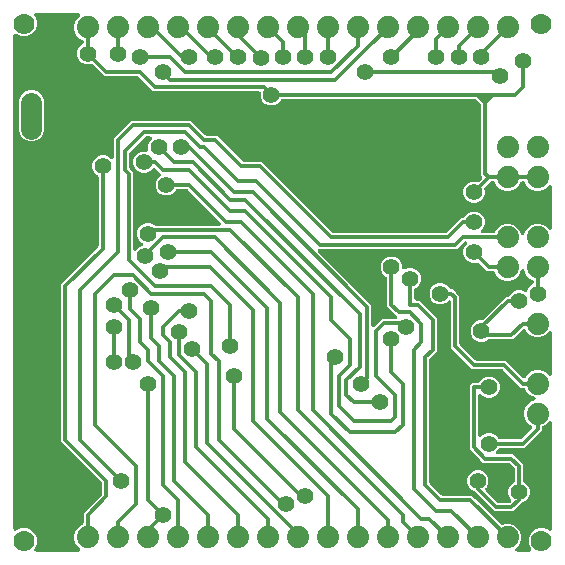
<source format=gbr>
G04 EAGLE Gerber RS-274X export*
G75*
%MOMM*%
%FSLAX34Y34*%
%LPD*%
%INBottom Copper*%
%IPPOS*%
%AMOC8*
5,1,8,0,0,1.08239X$1,22.5*%
G01*
%ADD10C,1.651000*%
%ADD11C,1.879600*%
%ADD12C,1.397000*%
%ADD13C,0.304800*%
%ADD14C,1.778000*%
%ADD15C,1.778000*%

G36*
X65346Y10172D02*
X65346Y10172D01*
X65447Y10174D01*
X65519Y10192D01*
X65593Y10201D01*
X65687Y10234D01*
X65784Y10259D01*
X65851Y10293D01*
X65921Y10318D01*
X66005Y10373D01*
X66094Y10419D01*
X66151Y10467D01*
X66213Y10507D01*
X66283Y10579D01*
X66360Y10644D01*
X66404Y10704D01*
X66456Y10758D01*
X66507Y10844D01*
X66567Y10925D01*
X66596Y10993D01*
X66634Y11057D01*
X66665Y11153D01*
X66705Y11245D01*
X66718Y11318D01*
X66741Y11389D01*
X66749Y11489D01*
X66767Y11588D01*
X66763Y11662D01*
X66769Y11736D01*
X66754Y11836D01*
X66749Y11936D01*
X66728Y12007D01*
X66717Y12081D01*
X66680Y12174D01*
X66652Y12271D01*
X66616Y12336D01*
X66588Y12405D01*
X66531Y12487D01*
X66482Y12575D01*
X66417Y12651D01*
X66389Y12691D01*
X66363Y12715D01*
X66323Y12761D01*
X63335Y15750D01*
X61594Y19951D01*
X61594Y24499D01*
X63335Y28700D01*
X66550Y31915D01*
X68528Y32735D01*
X68595Y32772D01*
X68666Y32800D01*
X68747Y32856D01*
X68833Y32904D01*
X68889Y32955D01*
X68952Y32999D01*
X69018Y33072D01*
X69091Y33138D01*
X69134Y33201D01*
X69185Y33258D01*
X69233Y33344D01*
X69289Y33425D01*
X69317Y33496D01*
X69354Y33563D01*
X69381Y33658D01*
X69417Y33749D01*
X69428Y33825D01*
X69449Y33898D01*
X69461Y34047D01*
X69468Y34094D01*
X69466Y34113D01*
X69468Y34142D01*
X69468Y42748D01*
X84897Y58177D01*
X84976Y58276D01*
X85060Y58370D01*
X85084Y58412D01*
X85114Y58450D01*
X85168Y58564D01*
X85229Y58675D01*
X85242Y58722D01*
X85263Y58765D01*
X85289Y58889D01*
X85324Y59010D01*
X85329Y59071D01*
X85336Y59106D01*
X85335Y59154D01*
X85343Y59254D01*
X85343Y67746D01*
X85329Y67871D01*
X85322Y67998D01*
X85309Y68044D01*
X85303Y68092D01*
X85261Y68211D01*
X85226Y68332D01*
X85202Y68375D01*
X85186Y68420D01*
X85117Y68526D01*
X85056Y68637D01*
X85016Y68683D01*
X84997Y68713D01*
X84962Y68746D01*
X84897Y68823D01*
X50418Y103302D01*
X50418Y236423D01*
X81722Y267727D01*
X81801Y267826D01*
X81885Y267920D01*
X81909Y267962D01*
X81939Y268000D01*
X81993Y268114D01*
X82054Y268225D01*
X82067Y268272D01*
X82088Y268315D01*
X82114Y268439D01*
X82149Y268560D01*
X82154Y268621D01*
X82161Y268656D01*
X82160Y268704D01*
X82168Y268804D01*
X82168Y327245D01*
X82160Y327321D01*
X82161Y327397D01*
X82140Y327493D01*
X82128Y327591D01*
X82103Y327663D01*
X82086Y327738D01*
X82044Y327826D01*
X82011Y327919D01*
X81969Y327983D01*
X81937Y328052D01*
X81875Y328129D01*
X81822Y328212D01*
X81767Y328265D01*
X81719Y328325D01*
X81642Y328386D01*
X81571Y328454D01*
X81506Y328493D01*
X81446Y328541D01*
X81312Y328609D01*
X81272Y328633D01*
X81254Y328639D01*
X81228Y328652D01*
X80617Y328905D01*
X78080Y331442D01*
X76707Y334756D01*
X76707Y338344D01*
X78080Y341658D01*
X80617Y344195D01*
X83931Y345568D01*
X87519Y345568D01*
X90833Y344195D01*
X92268Y342760D01*
X92347Y342698D01*
X92419Y342628D01*
X92483Y342590D01*
X92541Y342543D01*
X92632Y342501D01*
X92718Y342449D01*
X92789Y342426D01*
X92856Y342395D01*
X92954Y342373D01*
X93050Y342343D01*
X93124Y342337D01*
X93197Y342321D01*
X93297Y342323D01*
X93397Y342315D01*
X93471Y342326D01*
X93545Y342327D01*
X93642Y342352D01*
X93742Y342366D01*
X93811Y342394D01*
X93883Y342412D01*
X93972Y342458D01*
X94066Y342495D01*
X94127Y342538D01*
X94193Y342572D01*
X94269Y342637D01*
X94352Y342694D01*
X94402Y342749D01*
X94458Y342798D01*
X94518Y342878D01*
X94585Y342953D01*
X94621Y343018D01*
X94666Y343078D01*
X94705Y343170D01*
X94754Y343258D01*
X94774Y343330D01*
X94804Y343398D01*
X94821Y343497D01*
X94849Y343593D01*
X94857Y343693D01*
X94865Y343741D01*
X94863Y343777D01*
X94868Y343837D01*
X94868Y360248D01*
X107122Y372502D01*
X109652Y375032D01*
X160223Y375032D01*
X172477Y362778D01*
X172576Y362699D01*
X172670Y362615D01*
X172712Y362591D01*
X172750Y362561D01*
X172864Y362507D01*
X172975Y362446D01*
X173022Y362433D01*
X173065Y362412D01*
X173189Y362386D01*
X173310Y362351D01*
X173371Y362346D01*
X173406Y362339D01*
X173454Y362340D01*
X173554Y362332D01*
X182448Y362332D01*
X204227Y340553D01*
X204326Y340474D01*
X204420Y340390D01*
X204462Y340366D01*
X204500Y340336D01*
X204614Y340282D01*
X204725Y340221D01*
X204772Y340208D01*
X204815Y340187D01*
X204939Y340161D01*
X205060Y340126D01*
X205121Y340121D01*
X205156Y340114D01*
X205204Y340115D01*
X205304Y340107D01*
X220548Y340107D01*
X223078Y337577D01*
X280427Y280228D01*
X280526Y280149D01*
X280620Y280065D01*
X280662Y280041D01*
X280700Y280011D01*
X280814Y279957D01*
X280925Y279896D01*
X280972Y279883D01*
X281015Y279862D01*
X281139Y279836D01*
X281260Y279801D01*
X281321Y279796D01*
X281356Y279789D01*
X281404Y279790D01*
X281504Y279782D01*
X375721Y279782D01*
X375846Y279796D01*
X375973Y279803D01*
X376019Y279816D01*
X376067Y279822D01*
X376186Y279864D01*
X376307Y279899D01*
X376350Y279923D01*
X376395Y279939D01*
X376501Y280008D01*
X376612Y280069D01*
X376658Y280109D01*
X376688Y280128D01*
X376721Y280163D01*
X376798Y280228D01*
X389052Y292482D01*
X390745Y292482D01*
X390821Y292490D01*
X390897Y292489D01*
X390993Y292510D01*
X391091Y292522D01*
X391163Y292547D01*
X391238Y292564D01*
X391326Y292606D01*
X391419Y292639D01*
X391483Y292681D01*
X391552Y292713D01*
X391629Y292775D01*
X391712Y292828D01*
X391765Y292883D01*
X391825Y292931D01*
X391886Y293008D01*
X391954Y293079D01*
X391993Y293144D01*
X392041Y293204D01*
X392109Y293338D01*
X392133Y293378D01*
X392139Y293396D01*
X392152Y293422D01*
X392405Y294033D01*
X394942Y296570D01*
X398256Y297943D01*
X401844Y297943D01*
X405158Y296570D01*
X407695Y294033D01*
X409068Y290719D01*
X409068Y287131D01*
X407695Y283817D01*
X406260Y282382D01*
X406198Y282303D01*
X406128Y282231D01*
X406090Y282167D01*
X406043Y282109D01*
X406001Y282018D01*
X405949Y281932D01*
X405926Y281861D01*
X405895Y281794D01*
X405873Y281696D01*
X405843Y281600D01*
X405837Y281526D01*
X405821Y281453D01*
X405823Y281353D01*
X405815Y281253D01*
X405826Y281179D01*
X405827Y281105D01*
X405852Y281008D01*
X405866Y280908D01*
X405894Y280839D01*
X405912Y280767D01*
X405958Y280678D01*
X405995Y280584D01*
X406038Y280523D01*
X406072Y280457D01*
X406137Y280381D01*
X406194Y280298D01*
X406249Y280248D01*
X406298Y280192D01*
X406378Y280132D01*
X406453Y280065D01*
X406518Y280029D01*
X406578Y279984D01*
X406670Y279945D01*
X406758Y279896D01*
X406830Y279876D01*
X406898Y279846D01*
X406997Y279829D01*
X407093Y279801D01*
X407193Y279793D01*
X407241Y279785D01*
X407277Y279787D01*
X407337Y279782D01*
X416708Y279782D01*
X416784Y279790D01*
X416860Y279789D01*
X416957Y279810D01*
X417054Y279822D01*
X417126Y279847D01*
X417201Y279864D01*
X417290Y279906D01*
X417382Y279939D01*
X417447Y279981D01*
X417515Y280013D01*
X417592Y280075D01*
X417675Y280128D01*
X417728Y280183D01*
X417788Y280231D01*
X417849Y280308D01*
X417917Y280379D01*
X417956Y280444D01*
X418004Y280504D01*
X418072Y280637D01*
X418096Y280678D01*
X418102Y280696D01*
X418115Y280722D01*
X418935Y282700D01*
X422150Y285915D01*
X426351Y287656D01*
X430899Y287656D01*
X435100Y285915D01*
X438315Y282700D01*
X439918Y278832D01*
X439966Y278744D01*
X440006Y278652D01*
X440051Y278592D01*
X440087Y278527D01*
X440155Y278453D01*
X440214Y278372D01*
X440271Y278324D01*
X440321Y278269D01*
X440404Y278212D01*
X440480Y278147D01*
X440547Y278113D01*
X440608Y278071D01*
X440701Y278034D01*
X440791Y277988D01*
X440863Y277970D01*
X440932Y277943D01*
X441031Y277929D01*
X441129Y277904D01*
X441203Y277903D01*
X441277Y277892D01*
X441377Y277901D01*
X441477Y277899D01*
X441550Y277915D01*
X441624Y277921D01*
X441720Y277952D01*
X441818Y277974D01*
X441885Y278005D01*
X441956Y278028D01*
X442042Y278080D01*
X442133Y278123D01*
X442191Y278170D01*
X442254Y278208D01*
X442327Y278278D01*
X442405Y278341D01*
X442451Y278399D01*
X442504Y278451D01*
X442559Y278535D01*
X442621Y278614D01*
X442667Y278704D01*
X442693Y278744D01*
X442705Y278778D01*
X442732Y278832D01*
X444335Y282700D01*
X447550Y285915D01*
X451751Y287656D01*
X456299Y287656D01*
X460500Y285915D01*
X463364Y283052D01*
X463442Y282989D01*
X463515Y282919D01*
X463579Y282881D01*
X463637Y282835D01*
X463728Y282792D01*
X463814Y282741D01*
X463885Y282718D01*
X463952Y282686D01*
X464050Y282665D01*
X464146Y282634D01*
X464220Y282628D01*
X464293Y282613D01*
X464393Y282614D01*
X464493Y282606D01*
X464567Y282617D01*
X464641Y282619D01*
X464738Y282643D01*
X464838Y282658D01*
X464907Y282686D01*
X464979Y282704D01*
X465068Y282750D01*
X465162Y282787D01*
X465223Y282829D01*
X465289Y282863D01*
X465365Y282928D01*
X465448Y282986D01*
X465498Y283041D01*
X465554Y283089D01*
X465614Y283170D01*
X465681Y283244D01*
X465717Y283310D01*
X465762Y283369D01*
X465801Y283462D01*
X465850Y283549D01*
X465870Y283621D01*
X465900Y283689D01*
X465917Y283788D01*
X465945Y283885D01*
X465953Y283985D01*
X465961Y284032D01*
X465959Y284068D01*
X465964Y284129D01*
X465964Y319121D01*
X465953Y319221D01*
X465951Y319322D01*
X465933Y319394D01*
X465924Y319468D01*
X465891Y319562D01*
X465866Y319659D01*
X465832Y319726D01*
X465807Y319796D01*
X465752Y319880D01*
X465706Y319969D01*
X465658Y320026D01*
X465618Y320088D01*
X465546Y320158D01*
X465481Y320235D01*
X465421Y320279D01*
X465367Y320331D01*
X465281Y320382D01*
X465200Y320442D01*
X465132Y320471D01*
X465068Y320509D01*
X464972Y320540D01*
X464880Y320580D01*
X464807Y320593D01*
X464736Y320616D01*
X464636Y320624D01*
X464537Y320642D01*
X464463Y320638D01*
X464389Y320644D01*
X464289Y320629D01*
X464189Y320624D01*
X464118Y320603D01*
X464044Y320592D01*
X463951Y320555D01*
X463854Y320527D01*
X463789Y320491D01*
X463720Y320463D01*
X463638Y320406D01*
X463550Y320357D01*
X463474Y320292D01*
X463434Y320264D01*
X463410Y320238D01*
X463364Y320198D01*
X460500Y317335D01*
X456299Y315594D01*
X451751Y315594D01*
X447550Y317335D01*
X444335Y320550D01*
X443515Y322528D01*
X443478Y322595D01*
X443450Y322666D01*
X443394Y322747D01*
X443346Y322833D01*
X443295Y322889D01*
X443251Y322952D01*
X443178Y323018D01*
X443112Y323091D01*
X443049Y323134D01*
X442992Y323185D01*
X442906Y323233D01*
X442825Y323289D01*
X442754Y323317D01*
X442687Y323354D01*
X442592Y323381D01*
X442501Y323417D01*
X442425Y323428D01*
X442352Y323449D01*
X442203Y323461D01*
X442156Y323468D01*
X442137Y323466D01*
X442108Y323468D01*
X440542Y323468D01*
X440466Y323460D01*
X440390Y323461D01*
X440293Y323440D01*
X440196Y323428D01*
X440124Y323403D01*
X440049Y323386D01*
X439960Y323344D01*
X439868Y323311D01*
X439803Y323269D01*
X439735Y323237D01*
X439658Y323175D01*
X439575Y323122D01*
X439522Y323067D01*
X439462Y323019D01*
X439401Y322942D01*
X439333Y322871D01*
X439294Y322806D01*
X439246Y322746D01*
X439178Y322613D01*
X439154Y322572D01*
X439148Y322554D01*
X439135Y322528D01*
X438315Y320550D01*
X435100Y317335D01*
X430899Y315594D01*
X426351Y315594D01*
X422150Y317335D01*
X418935Y320550D01*
X418115Y322528D01*
X418078Y322595D01*
X418050Y322666D01*
X417994Y322747D01*
X417946Y322833D01*
X417895Y322889D01*
X417851Y322952D01*
X417778Y323018D01*
X417712Y323091D01*
X417649Y323134D01*
X417592Y323185D01*
X417506Y323233D01*
X417425Y323289D01*
X417354Y323317D01*
X417287Y323354D01*
X417192Y323381D01*
X417101Y323417D01*
X417025Y323428D01*
X416952Y323449D01*
X416803Y323461D01*
X416756Y323468D01*
X416737Y323466D01*
X416708Y323468D01*
X414854Y323468D01*
X414729Y323454D01*
X414602Y323447D01*
X414556Y323434D01*
X414508Y323428D01*
X414389Y323386D01*
X414268Y323351D01*
X414225Y323327D01*
X414180Y323311D01*
X414074Y323242D01*
X413963Y323181D01*
X413917Y323141D01*
X413887Y323122D01*
X413853Y323087D01*
X413777Y323022D01*
X409145Y318390D01*
X409097Y318330D01*
X409042Y318277D01*
X408989Y318194D01*
X408928Y318117D01*
X408896Y318048D01*
X408854Y317983D01*
X408821Y317891D01*
X408779Y317802D01*
X408763Y317727D01*
X408738Y317655D01*
X408727Y317557D01*
X408706Y317461D01*
X408707Y317385D01*
X408699Y317309D01*
X408710Y317211D01*
X408712Y317113D01*
X408730Y317038D01*
X408739Y316963D01*
X408785Y316820D01*
X408797Y316775D01*
X408806Y316758D01*
X408815Y316730D01*
X409068Y316119D01*
X409068Y312531D01*
X407695Y309217D01*
X405158Y306680D01*
X401844Y305307D01*
X398256Y305307D01*
X394942Y306680D01*
X392405Y309217D01*
X391032Y312531D01*
X391032Y316119D01*
X392405Y319433D01*
X394942Y321970D01*
X398256Y323343D01*
X401844Y323343D01*
X402455Y323090D01*
X402528Y323069D01*
X402598Y323038D01*
X402695Y323021D01*
X402790Y322994D01*
X402866Y322990D01*
X402941Y322977D01*
X403040Y322982D01*
X403138Y322977D01*
X403213Y322991D01*
X403290Y322995D01*
X403384Y323022D01*
X403481Y323040D01*
X403551Y323070D01*
X403624Y323091D01*
X403710Y323139D01*
X403800Y323178D01*
X403862Y323224D01*
X403929Y323261D01*
X404042Y323358D01*
X404080Y323386D01*
X404093Y323401D01*
X404115Y323420D01*
X406643Y325948D01*
X406659Y325968D01*
X406679Y325985D01*
X406726Y326049D01*
X406747Y326071D01*
X406767Y326105D01*
X406860Y326221D01*
X406871Y326245D01*
X406886Y326266D01*
X406945Y326402D01*
X407008Y326536D01*
X407014Y326562D01*
X407024Y326586D01*
X407051Y326732D01*
X407082Y326877D01*
X407081Y326903D01*
X407086Y326929D01*
X407078Y327077D01*
X407076Y327225D01*
X407069Y327251D01*
X407068Y327277D01*
X407027Y327419D01*
X406991Y327563D01*
X406979Y327587D01*
X406972Y327612D01*
X406899Y327741D01*
X406831Y327873D01*
X406814Y327893D01*
X406801Y327916D01*
X406643Y328102D01*
X406018Y328727D01*
X406018Y388421D01*
X406004Y388546D01*
X405997Y388673D01*
X405984Y388719D01*
X405978Y388767D01*
X405936Y388886D01*
X405901Y389007D01*
X405877Y389050D01*
X405861Y389095D01*
X405792Y389201D01*
X405731Y389312D01*
X405691Y389358D01*
X405672Y389388D01*
X405637Y389421D01*
X405572Y389498D01*
X402397Y392673D01*
X402198Y392872D01*
X402099Y392951D01*
X402005Y393035D01*
X401963Y393059D01*
X401925Y393089D01*
X401811Y393143D01*
X401700Y393204D01*
X401653Y393217D01*
X401610Y393238D01*
X401486Y393264D01*
X401365Y393299D01*
X401304Y393304D01*
X401269Y393311D01*
X401221Y393310D01*
X401121Y393318D01*
X237905Y393318D01*
X237829Y393310D01*
X237753Y393311D01*
X237657Y393290D01*
X237559Y393278D01*
X237487Y393253D01*
X237412Y393236D01*
X237324Y393194D01*
X237231Y393161D01*
X237167Y393119D01*
X237098Y393087D01*
X237021Y393025D01*
X236938Y392972D01*
X236885Y392917D01*
X236825Y392869D01*
X236764Y392792D01*
X236696Y392721D01*
X236657Y392656D01*
X236609Y392596D01*
X236541Y392462D01*
X236517Y392422D01*
X236511Y392404D01*
X236498Y392378D01*
X236245Y391767D01*
X233708Y389230D01*
X230394Y387857D01*
X226806Y387857D01*
X223492Y389230D01*
X220955Y391767D01*
X219582Y395081D01*
X219582Y398145D01*
X219579Y398171D01*
X219581Y398197D01*
X219559Y398344D01*
X219542Y398491D01*
X219534Y398516D01*
X219530Y398542D01*
X219475Y398680D01*
X219425Y398819D01*
X219411Y398841D01*
X219401Y398866D01*
X219316Y398987D01*
X219236Y399112D01*
X219217Y399130D01*
X219202Y399152D01*
X219092Y399251D01*
X218985Y399354D01*
X218963Y399368D01*
X218943Y399385D01*
X218813Y399457D01*
X218686Y399533D01*
X218661Y399541D01*
X218638Y399554D01*
X218495Y399594D01*
X218354Y399639D01*
X218328Y399641D01*
X218303Y399649D01*
X218059Y399668D01*
X128702Y399668D01*
X126172Y402198D01*
X116448Y411922D01*
X116349Y412001D01*
X116255Y412085D01*
X116213Y412109D01*
X116175Y412139D01*
X116061Y412193D01*
X115950Y412254D01*
X115903Y412267D01*
X115860Y412288D01*
X115736Y412314D01*
X115615Y412349D01*
X115554Y412354D01*
X115519Y412361D01*
X115471Y412360D01*
X115371Y412368D01*
X87427Y412368D01*
X77090Y422705D01*
X77030Y422753D01*
X76977Y422808D01*
X76894Y422861D01*
X76817Y422922D01*
X76748Y422954D01*
X76683Y422996D01*
X76591Y423029D01*
X76502Y423071D01*
X76427Y423087D01*
X76355Y423112D01*
X76257Y423123D01*
X76161Y423144D01*
X76085Y423143D01*
X76009Y423151D01*
X75911Y423140D01*
X75813Y423138D01*
X75738Y423120D01*
X75663Y423111D01*
X75520Y423065D01*
X75475Y423053D01*
X75458Y423044D01*
X75430Y423035D01*
X74819Y422782D01*
X71231Y422782D01*
X67917Y424155D01*
X65380Y426692D01*
X64007Y430006D01*
X64007Y433594D01*
X65380Y436908D01*
X67917Y439445D01*
X68528Y439698D01*
X68595Y439735D01*
X68666Y439763D01*
X68747Y439819D01*
X68833Y439867D01*
X68889Y439919D01*
X68952Y439962D01*
X69018Y440035D01*
X69091Y440101D01*
X69134Y440164D01*
X69185Y440221D01*
X69233Y440307D01*
X69289Y440388D01*
X69317Y440459D01*
X69354Y440526D01*
X69381Y440621D01*
X69417Y440712D01*
X69428Y440788D01*
X69449Y440861D01*
X69461Y441010D01*
X69468Y441057D01*
X69466Y441076D01*
X69468Y441105D01*
X69468Y442108D01*
X69460Y442184D01*
X69461Y442260D01*
X69440Y442357D01*
X69428Y442454D01*
X69403Y442526D01*
X69386Y442601D01*
X69344Y442690D01*
X69311Y442782D01*
X69269Y442847D01*
X69237Y442915D01*
X69175Y442992D01*
X69122Y443075D01*
X69067Y443128D01*
X69019Y443188D01*
X68942Y443249D01*
X68871Y443317D01*
X68806Y443356D01*
X68746Y443404D01*
X68613Y443472D01*
X68572Y443496D01*
X68554Y443502D01*
X68528Y443515D01*
X66550Y444335D01*
X63335Y447550D01*
X61594Y451751D01*
X61594Y456299D01*
X63335Y460500D01*
X66223Y463389D01*
X66286Y463467D01*
X66356Y463540D01*
X66394Y463604D01*
X66440Y463662D01*
X66483Y463753D01*
X66534Y463839D01*
X66557Y463910D01*
X66589Y463977D01*
X66610Y464075D01*
X66641Y464171D01*
X66647Y464245D01*
X66662Y464318D01*
X66661Y464418D01*
X66669Y464518D01*
X66658Y464592D01*
X66656Y464666D01*
X66632Y464763D01*
X66617Y464863D01*
X66589Y464932D01*
X66571Y465004D01*
X66525Y465093D01*
X66488Y465187D01*
X66446Y465248D01*
X66412Y465314D01*
X66347Y465390D01*
X66289Y465473D01*
X66234Y465523D01*
X66186Y465579D01*
X66105Y465639D01*
X66031Y465706D01*
X65965Y465742D01*
X65906Y465787D01*
X65813Y465826D01*
X65726Y465875D01*
X65654Y465895D01*
X65586Y465925D01*
X65487Y465942D01*
X65390Y465970D01*
X65290Y465978D01*
X65243Y465986D01*
X65207Y465984D01*
X65146Y465989D01*
X29385Y465989D01*
X29285Y465978D01*
X29185Y465976D01*
X29113Y465958D01*
X29039Y465949D01*
X28944Y465915D01*
X28847Y465891D01*
X28781Y465857D01*
X28711Y465832D01*
X28626Y465777D01*
X28537Y465731D01*
X28481Y465683D01*
X28418Y465643D01*
X28348Y465571D01*
X28272Y465505D01*
X28228Y465446D01*
X28176Y465392D01*
X28124Y465306D01*
X28065Y465225D01*
X28035Y465157D01*
X27997Y465093D01*
X27966Y464997D01*
X27927Y464905D01*
X27914Y464832D01*
X27891Y464761D01*
X27883Y464661D01*
X27865Y464562D01*
X27869Y464488D01*
X27863Y464414D01*
X27878Y464315D01*
X27883Y464214D01*
X27904Y464143D01*
X27915Y464069D01*
X27952Y463976D01*
X27980Y463879D01*
X28016Y463814D01*
X28043Y463745D01*
X28101Y463663D01*
X28150Y463575D01*
X28215Y463499D01*
X28242Y463459D01*
X28269Y463435D01*
X28308Y463389D01*
X28310Y463387D01*
X29973Y459373D01*
X29973Y455027D01*
X28310Y451013D01*
X25237Y447940D01*
X21223Y446277D01*
X16877Y446277D01*
X12863Y447940D01*
X12761Y448042D01*
X12682Y448104D01*
X12610Y448174D01*
X12546Y448212D01*
X12488Y448258D01*
X12397Y448301D01*
X12311Y448353D01*
X12240Y448376D01*
X12173Y448407D01*
X12075Y448429D01*
X11979Y448459D01*
X11905Y448465D01*
X11832Y448481D01*
X11732Y448479D01*
X11632Y448487D01*
X11558Y448476D01*
X11484Y448475D01*
X11386Y448450D01*
X11287Y448435D01*
X11218Y448408D01*
X11146Y448390D01*
X11057Y448344D01*
X10963Y448307D01*
X10902Y448264D01*
X10836Y448230D01*
X10760Y448165D01*
X10677Y448108D01*
X10627Y448053D01*
X10571Y448004D01*
X10511Y447924D01*
X10444Y447849D01*
X10408Y447784D01*
X10363Y447724D01*
X10324Y447632D01*
X10275Y447544D01*
X10255Y447472D01*
X10225Y447404D01*
X10208Y447305D01*
X10180Y447209D01*
X10172Y447108D01*
X10164Y447061D01*
X10166Y447026D01*
X10161Y446965D01*
X10161Y29285D01*
X10172Y29185D01*
X10174Y29085D01*
X10192Y29013D01*
X10201Y28939D01*
X10234Y28845D01*
X10259Y28747D01*
X10293Y28681D01*
X10318Y28611D01*
X10373Y28527D01*
X10419Y28437D01*
X10467Y28381D01*
X10507Y28318D01*
X10579Y28248D01*
X10644Y28172D01*
X10704Y28128D01*
X10758Y28076D01*
X10844Y28024D01*
X10925Y27965D01*
X10993Y27935D01*
X11057Y27897D01*
X11152Y27866D01*
X11245Y27827D01*
X11318Y27814D01*
X11389Y27791D01*
X11489Y27783D01*
X11588Y27765D01*
X11662Y27769D01*
X11736Y27763D01*
X11835Y27778D01*
X11936Y27783D01*
X12007Y27804D01*
X12081Y27815D01*
X12174Y27852D01*
X12271Y27880D01*
X12336Y27916D01*
X12405Y27943D01*
X12487Y28001D01*
X12575Y28050D01*
X12651Y28115D01*
X12691Y28142D01*
X12715Y28169D01*
X12761Y28208D01*
X12863Y28310D01*
X16877Y29973D01*
X21223Y29973D01*
X25237Y28310D01*
X28310Y25237D01*
X29973Y21223D01*
X29973Y16877D01*
X28310Y12863D01*
X28208Y12761D01*
X28146Y12682D01*
X28076Y12610D01*
X28038Y12546D01*
X27992Y12488D01*
X27949Y12397D01*
X27897Y12311D01*
X27874Y12240D01*
X27843Y12173D01*
X27821Y12075D01*
X27791Y11979D01*
X27785Y11905D01*
X27769Y11832D01*
X27771Y11732D01*
X27763Y11632D01*
X27774Y11558D01*
X27775Y11484D01*
X27800Y11386D01*
X27815Y11287D01*
X27842Y11218D01*
X27860Y11146D01*
X27906Y11057D01*
X27943Y10963D01*
X27986Y10902D01*
X28020Y10836D01*
X28085Y10760D01*
X28142Y10677D01*
X28197Y10627D01*
X28246Y10571D01*
X28326Y10511D01*
X28401Y10444D01*
X28466Y10408D01*
X28526Y10363D01*
X28618Y10324D01*
X28706Y10275D01*
X28778Y10255D01*
X28846Y10225D01*
X28945Y10208D01*
X29041Y10180D01*
X29142Y10172D01*
X29189Y10164D01*
X29224Y10166D01*
X29285Y10161D01*
X65246Y10161D01*
X65346Y10172D01*
G37*
G36*
X447065Y10172D02*
X447065Y10172D01*
X447165Y10174D01*
X447237Y10192D01*
X447311Y10201D01*
X447405Y10234D01*
X447503Y10259D01*
X447569Y10293D01*
X447639Y10318D01*
X447723Y10373D01*
X447813Y10419D01*
X447869Y10467D01*
X447932Y10507D01*
X448002Y10579D01*
X448078Y10644D01*
X448122Y10704D01*
X448174Y10758D01*
X448226Y10844D01*
X448285Y10925D01*
X448315Y10993D01*
X448353Y11057D01*
X448384Y11152D01*
X448423Y11245D01*
X448436Y11318D01*
X448459Y11389D01*
X448467Y11489D01*
X448485Y11588D01*
X448481Y11662D01*
X448487Y11736D01*
X448472Y11835D01*
X448467Y11936D01*
X448446Y12007D01*
X448435Y12081D01*
X448398Y12174D01*
X448370Y12271D01*
X448334Y12336D01*
X448307Y12405D01*
X448249Y12487D01*
X448200Y12575D01*
X448135Y12651D01*
X448108Y12691D01*
X448081Y12715D01*
X448042Y12761D01*
X447940Y12863D01*
X446277Y16877D01*
X446277Y21223D01*
X447940Y25237D01*
X451013Y28310D01*
X455027Y29973D01*
X459373Y29973D01*
X463400Y28305D01*
X463442Y28271D01*
X463515Y28201D01*
X463579Y28163D01*
X463637Y28117D01*
X463728Y28074D01*
X463814Y28022D01*
X463885Y27999D01*
X463952Y27968D01*
X464050Y27946D01*
X464146Y27916D01*
X464220Y27910D01*
X464293Y27894D01*
X464393Y27896D01*
X464493Y27888D01*
X464567Y27899D01*
X464641Y27900D01*
X464738Y27925D01*
X464838Y27940D01*
X464907Y27967D01*
X464979Y27985D01*
X465068Y28031D01*
X465162Y28068D01*
X465223Y28111D01*
X465289Y28145D01*
X465365Y28210D01*
X465448Y28267D01*
X465498Y28322D01*
X465554Y28371D01*
X465614Y28452D01*
X465681Y28526D01*
X465717Y28591D01*
X465761Y28651D01*
X465801Y28743D01*
X465850Y28831D01*
X465870Y28903D01*
X465900Y28971D01*
X465917Y29070D01*
X465945Y29166D01*
X465953Y29267D01*
X465961Y29314D01*
X465959Y29349D01*
X465964Y29410D01*
X465964Y119096D01*
X465953Y119196D01*
X465951Y119297D01*
X465933Y119369D01*
X465924Y119443D01*
X465891Y119537D01*
X465866Y119634D01*
X465832Y119701D01*
X465807Y119771D01*
X465752Y119855D01*
X465706Y119944D01*
X465658Y120001D01*
X465618Y120063D01*
X465546Y120133D01*
X465481Y120210D01*
X465421Y120254D01*
X465367Y120306D01*
X465281Y120357D01*
X465200Y120417D01*
X465132Y120446D01*
X465068Y120484D01*
X464972Y120515D01*
X464880Y120555D01*
X464807Y120568D01*
X464736Y120591D01*
X464636Y120599D01*
X464537Y120617D01*
X464463Y120613D01*
X464389Y120619D01*
X464289Y120604D01*
X464189Y120599D01*
X464118Y120578D01*
X464044Y120567D01*
X463951Y120530D01*
X463854Y120502D01*
X463789Y120466D01*
X463720Y120438D01*
X463638Y120381D01*
X463550Y120332D01*
X463474Y120267D01*
X463434Y120239D01*
X463410Y120213D01*
X463364Y120173D01*
X460500Y117310D01*
X458522Y116490D01*
X458455Y116453D01*
X458384Y116425D01*
X458303Y116369D01*
X458217Y116321D01*
X458161Y116270D01*
X458098Y116226D01*
X458032Y116153D01*
X457959Y116087D01*
X457916Y116024D01*
X457865Y115967D01*
X457817Y115881D01*
X457761Y115800D01*
X457733Y115729D01*
X457696Y115662D01*
X457669Y115567D01*
X457633Y115476D01*
X457622Y115400D01*
X457601Y115327D01*
X457589Y115178D01*
X457582Y115131D01*
X457584Y115112D01*
X457582Y115083D01*
X457582Y112827D01*
X442798Y98043D01*
X422055Y98043D01*
X421979Y98035D01*
X421903Y98036D01*
X421807Y98015D01*
X421709Y98003D01*
X421637Y97978D01*
X421562Y97961D01*
X421474Y97919D01*
X421381Y97886D01*
X421317Y97844D01*
X421248Y97812D01*
X421171Y97750D01*
X421088Y97697D01*
X421035Y97642D01*
X420975Y97594D01*
X420914Y97517D01*
X420846Y97446D01*
X420807Y97381D01*
X420759Y97321D01*
X420691Y97187D01*
X420667Y97147D01*
X420661Y97129D01*
X420648Y97103D01*
X420395Y96492D01*
X418960Y95057D01*
X418898Y94978D01*
X418828Y94906D01*
X418790Y94842D01*
X418743Y94784D01*
X418701Y94693D01*
X418649Y94607D01*
X418626Y94536D01*
X418595Y94469D01*
X418573Y94371D01*
X418543Y94275D01*
X418537Y94201D01*
X418521Y94128D01*
X418523Y94028D01*
X418515Y93928D01*
X418526Y93854D01*
X418527Y93780D01*
X418552Y93683D01*
X418566Y93583D01*
X418594Y93514D01*
X418612Y93442D01*
X418658Y93353D01*
X418695Y93259D01*
X418738Y93198D01*
X418772Y93132D01*
X418837Y93056D01*
X418894Y92973D01*
X418949Y92923D01*
X418998Y92867D01*
X419078Y92807D01*
X419153Y92740D01*
X419218Y92704D01*
X419278Y92659D01*
X419370Y92620D01*
X419458Y92571D01*
X419530Y92551D01*
X419598Y92521D01*
X419697Y92504D01*
X419793Y92476D01*
X419893Y92468D01*
X419941Y92460D01*
X419977Y92462D01*
X420037Y92457D01*
X433273Y92457D01*
X435803Y89927D01*
X439177Y86553D01*
X441707Y84023D01*
X441707Y69630D01*
X441715Y69554D01*
X441714Y69478D01*
X441735Y69382D01*
X441747Y69284D01*
X441772Y69212D01*
X441789Y69137D01*
X441831Y69049D01*
X441864Y68956D01*
X441906Y68892D01*
X441938Y68823D01*
X442000Y68746D01*
X442053Y68663D01*
X442108Y68610D01*
X442156Y68550D01*
X442233Y68489D01*
X442304Y68421D01*
X442369Y68382D01*
X442429Y68334D01*
X442563Y68266D01*
X442603Y68242D01*
X442621Y68236D01*
X442647Y68223D01*
X443258Y67970D01*
X445795Y65433D01*
X447168Y62119D01*
X447168Y58531D01*
X445795Y55217D01*
X443258Y52680D01*
X441194Y51825D01*
X441192Y51824D01*
X441190Y51824D01*
X441043Y51741D01*
X440890Y51656D01*
X440888Y51655D01*
X440886Y51654D01*
X440700Y51495D01*
X433273Y44068D01*
X417627Y44068D01*
X400675Y61020D01*
X400673Y61021D01*
X400672Y61023D01*
X400533Y61133D01*
X400402Y61237D01*
X400400Y61237D01*
X400399Y61239D01*
X400181Y61350D01*
X398117Y62205D01*
X395580Y64742D01*
X394207Y68056D01*
X394207Y71644D01*
X395580Y74958D01*
X398117Y77495D01*
X401431Y78868D01*
X405019Y78868D01*
X408333Y77495D01*
X410870Y74958D01*
X412243Y71644D01*
X412243Y68056D01*
X410870Y64742D01*
X410019Y63891D01*
X410002Y63870D01*
X409982Y63853D01*
X409894Y63734D01*
X409802Y63618D01*
X409791Y63594D01*
X409775Y63573D01*
X409716Y63437D01*
X409653Y63303D01*
X409648Y63277D01*
X409637Y63253D01*
X409611Y63107D01*
X409580Y62962D01*
X409580Y62936D01*
X409575Y62910D01*
X409583Y62761D01*
X409586Y62613D01*
X409592Y62588D01*
X409593Y62562D01*
X409634Y62419D01*
X409671Y62275D01*
X409683Y62252D01*
X409690Y62227D01*
X409762Y62097D01*
X409830Y61966D01*
X409847Y61946D01*
X409860Y61923D01*
X410019Y61736D01*
X420127Y51628D01*
X420226Y51549D01*
X420320Y51465D01*
X420362Y51441D01*
X420400Y51411D01*
X420514Y51357D01*
X420625Y51296D01*
X420672Y51283D01*
X420715Y51262D01*
X420839Y51236D01*
X420960Y51201D01*
X421021Y51196D01*
X421056Y51189D01*
X421104Y51190D01*
X421204Y51182D01*
X429696Y51182D01*
X429821Y51196D01*
X429948Y51203D01*
X429994Y51216D01*
X430042Y51222D01*
X430161Y51264D01*
X430282Y51299D01*
X430325Y51323D01*
X430370Y51339D01*
X430476Y51408D01*
X430587Y51469D01*
X430633Y51509D01*
X430663Y51528D01*
X430696Y51563D01*
X430773Y51628D01*
X431356Y52211D01*
X431373Y52232D01*
X431393Y52249D01*
X431481Y52368D01*
X431573Y52484D01*
X431584Y52508D01*
X431600Y52529D01*
X431659Y52665D01*
X431722Y52800D01*
X431727Y52825D01*
X431738Y52849D01*
X431764Y52995D01*
X431795Y53140D01*
X431795Y53166D01*
X431800Y53192D01*
X431792Y53341D01*
X431789Y53489D01*
X431783Y53514D01*
X431782Y53540D01*
X431741Y53682D01*
X431704Y53827D01*
X431692Y53850D01*
X431685Y53875D01*
X431613Y54004D01*
X431545Y54136D01*
X431528Y54156D01*
X431515Y54179D01*
X431356Y54366D01*
X430505Y55217D01*
X429132Y58531D01*
X429132Y62119D01*
X430505Y65433D01*
X433042Y67970D01*
X433653Y68223D01*
X433720Y68260D01*
X433791Y68288D01*
X433872Y68344D01*
X433958Y68392D01*
X434014Y68444D01*
X434077Y68487D01*
X434143Y68560D01*
X434216Y68626D01*
X434259Y68689D01*
X434310Y68746D01*
X434358Y68832D01*
X434414Y68913D01*
X434442Y68984D01*
X434479Y69051D01*
X434506Y69146D01*
X434542Y69237D01*
X434553Y69313D01*
X434574Y69386D01*
X434586Y69535D01*
X434593Y69582D01*
X434591Y69601D01*
X434593Y69630D01*
X434593Y80446D01*
X434579Y80571D01*
X434572Y80698D01*
X434559Y80744D01*
X434553Y80792D01*
X434511Y80911D01*
X434476Y81032D01*
X434452Y81075D01*
X434436Y81120D01*
X434367Y81226D01*
X434306Y81337D01*
X434266Y81383D01*
X434247Y81413D01*
X434212Y81446D01*
X434147Y81523D01*
X430773Y84897D01*
X430674Y84976D01*
X430580Y85060D01*
X430538Y85084D01*
X430500Y85114D01*
X430386Y85168D01*
X430275Y85229D01*
X430228Y85242D01*
X430185Y85263D01*
X430061Y85289D01*
X429940Y85324D01*
X429879Y85329D01*
X429844Y85336D01*
X429796Y85335D01*
X429696Y85343D01*
X408102Y85343D01*
X405572Y87873D01*
X399023Y94422D01*
X396493Y96952D01*
X396493Y150698D01*
X398577Y152782D01*
X403445Y152782D01*
X403521Y152790D01*
X403597Y152789D01*
X403693Y152810D01*
X403791Y152822D01*
X403863Y152847D01*
X403938Y152864D01*
X404026Y152906D01*
X404119Y152939D01*
X404183Y152981D01*
X404252Y153013D01*
X404329Y153075D01*
X404412Y153128D01*
X404465Y153183D01*
X404525Y153231D01*
X404586Y153308D01*
X404654Y153379D01*
X404693Y153444D01*
X404741Y153504D01*
X404809Y153638D01*
X404833Y153678D01*
X404839Y153696D01*
X404852Y153722D01*
X405105Y154333D01*
X407642Y156870D01*
X410956Y158243D01*
X414544Y158243D01*
X417858Y156870D01*
X420395Y154333D01*
X421768Y151019D01*
X421768Y147431D01*
X420395Y144117D01*
X417858Y141580D01*
X414544Y140207D01*
X410956Y140207D01*
X407642Y141580D01*
X406207Y143015D01*
X406128Y143077D01*
X406056Y143147D01*
X405992Y143185D01*
X405934Y143232D01*
X405843Y143274D01*
X405757Y143326D01*
X405686Y143349D01*
X405619Y143380D01*
X405521Y143402D01*
X405425Y143432D01*
X405351Y143438D01*
X405278Y143454D01*
X405178Y143452D01*
X405078Y143460D01*
X405004Y143449D01*
X404930Y143448D01*
X404833Y143423D01*
X404733Y143409D01*
X404664Y143381D01*
X404592Y143363D01*
X404503Y143317D01*
X404409Y143280D01*
X404348Y143237D01*
X404282Y143203D01*
X404206Y143138D01*
X404123Y143081D01*
X404073Y143026D01*
X404017Y142977D01*
X403957Y142897D01*
X403890Y142822D01*
X403854Y142757D01*
X403809Y142697D01*
X403770Y142605D01*
X403721Y142517D01*
X403701Y142445D01*
X403671Y142377D01*
X403654Y142278D01*
X403626Y142182D01*
X403618Y142082D01*
X403610Y142034D01*
X403612Y141998D01*
X403607Y141938D01*
X403607Y108887D01*
X403618Y108787D01*
X403620Y108687D01*
X403638Y108615D01*
X403647Y108541D01*
X403680Y108446D01*
X403705Y108349D01*
X403739Y108283D01*
X403764Y108213D01*
X403819Y108128D01*
X403865Y108039D01*
X403913Y107983D01*
X403953Y107920D01*
X404025Y107850D01*
X404090Y107774D01*
X404150Y107730D01*
X404204Y107678D01*
X404290Y107626D01*
X404371Y107567D01*
X404439Y107537D01*
X404503Y107499D01*
X404599Y107468D01*
X404691Y107429D01*
X404764Y107415D01*
X404835Y107393D01*
X404935Y107385D01*
X405034Y107367D01*
X405108Y107371D01*
X405182Y107365D01*
X405282Y107380D01*
X405382Y107385D01*
X405453Y107405D01*
X405527Y107416D01*
X405620Y107454D01*
X405717Y107481D01*
X405782Y107518D01*
X405851Y107545D01*
X405933Y107602D01*
X406021Y107652D01*
X406097Y107717D01*
X406137Y107744D01*
X406161Y107771D01*
X406207Y107810D01*
X407642Y109245D01*
X410956Y110618D01*
X414544Y110618D01*
X417858Y109245D01*
X420395Y106708D01*
X420648Y106097D01*
X420685Y106030D01*
X420713Y105959D01*
X420769Y105878D01*
X420817Y105792D01*
X420869Y105736D01*
X420912Y105673D01*
X420985Y105607D01*
X421051Y105534D01*
X421114Y105491D01*
X421171Y105440D01*
X421257Y105392D01*
X421338Y105336D01*
X421409Y105308D01*
X421476Y105271D01*
X421571Y105244D01*
X421662Y105208D01*
X421738Y105197D01*
X421811Y105176D01*
X421960Y105164D01*
X422007Y105157D01*
X422026Y105159D01*
X422055Y105157D01*
X439221Y105157D01*
X439346Y105171D01*
X439473Y105178D01*
X439519Y105191D01*
X439567Y105197D01*
X439686Y105239D01*
X439807Y105274D01*
X439850Y105298D01*
X439895Y105314D01*
X440001Y105383D01*
X440112Y105444D01*
X440158Y105484D01*
X440188Y105503D01*
X440221Y105538D01*
X440298Y105603D01*
X449088Y114393D01*
X449181Y114510D01*
X449278Y114625D01*
X449289Y114647D01*
X449304Y114666D01*
X449369Y114802D01*
X449437Y114936D01*
X449443Y114959D01*
X449453Y114981D01*
X449485Y115128D01*
X449521Y115274D01*
X449522Y115298D01*
X449527Y115322D01*
X449524Y115471D01*
X449526Y115622D01*
X449521Y115646D01*
X449521Y115670D01*
X449484Y115816D01*
X449452Y115963D01*
X449442Y115985D01*
X449436Y116008D01*
X449367Y116142D01*
X449302Y116277D01*
X449287Y116296D01*
X449276Y116318D01*
X449179Y116432D01*
X449085Y116550D01*
X449066Y116565D01*
X449050Y116583D01*
X448930Y116673D01*
X448811Y116766D01*
X448785Y116779D01*
X448770Y116790D01*
X448727Y116809D01*
X448594Y116877D01*
X447550Y117310D01*
X444335Y120525D01*
X442594Y124726D01*
X442594Y129274D01*
X444335Y133475D01*
X447550Y136690D01*
X451418Y138293D01*
X451506Y138341D01*
X451598Y138381D01*
X451658Y138426D01*
X451723Y138462D01*
X451797Y138530D01*
X451878Y138589D01*
X451926Y138646D01*
X451981Y138696D01*
X452038Y138779D01*
X452103Y138855D01*
X452137Y138922D01*
X452179Y138983D01*
X452216Y139076D01*
X452262Y139166D01*
X452280Y139238D01*
X452307Y139307D01*
X452321Y139406D01*
X452346Y139504D01*
X452347Y139578D01*
X452358Y139652D01*
X452349Y139752D01*
X452351Y139852D01*
X452335Y139925D01*
X452329Y139999D01*
X452298Y140095D01*
X452276Y140193D01*
X452245Y140260D01*
X452222Y140331D01*
X452170Y140417D01*
X452127Y140508D01*
X452080Y140566D01*
X452042Y140629D01*
X451972Y140702D01*
X451909Y140780D01*
X451851Y140826D01*
X451799Y140879D01*
X451715Y140934D01*
X451636Y140996D01*
X451546Y141042D01*
X451506Y141068D01*
X451472Y141080D01*
X451418Y141107D01*
X447550Y142710D01*
X444335Y145925D01*
X443515Y147903D01*
X443482Y147963D01*
X443478Y147974D01*
X443475Y147978D01*
X443450Y148041D01*
X443394Y148122D01*
X443346Y148208D01*
X443295Y148264D01*
X443251Y148327D01*
X443178Y148393D01*
X443112Y148466D01*
X443049Y148509D01*
X442992Y148560D01*
X442906Y148608D01*
X442825Y148664D01*
X442754Y148692D01*
X442687Y148729D01*
X442592Y148756D01*
X442501Y148792D01*
X442425Y148803D01*
X442352Y148824D01*
X442203Y148836D01*
X442156Y148843D01*
X442137Y148841D01*
X442108Y148843D01*
X439852Y148843D01*
X424423Y164272D01*
X424324Y164351D01*
X424230Y164435D01*
X424188Y164459D01*
X424150Y164489D01*
X424036Y164543D01*
X423925Y164604D01*
X423878Y164617D01*
X423835Y164638D01*
X423711Y164664D01*
X423590Y164699D01*
X423529Y164704D01*
X423494Y164711D01*
X423446Y164710D01*
X423346Y164718D01*
X398577Y164718D01*
X380618Y182677D01*
X380618Y221313D01*
X380607Y221413D01*
X380605Y221513D01*
X380587Y221585D01*
X380578Y221659D01*
X380545Y221754D01*
X380520Y221851D01*
X380486Y221917D01*
X380461Y221987D01*
X380406Y222072D01*
X380360Y222161D01*
X380312Y222217D01*
X380272Y222280D01*
X380200Y222350D01*
X380135Y222426D01*
X380075Y222470D01*
X380021Y222522D01*
X379935Y222574D01*
X379854Y222633D01*
X379786Y222663D01*
X379722Y222701D01*
X379626Y222732D01*
X379534Y222771D01*
X379461Y222785D01*
X379390Y222807D01*
X379290Y222815D01*
X379191Y222833D01*
X379117Y222829D01*
X379043Y222835D01*
X378943Y222820D01*
X378843Y222815D01*
X378772Y222795D01*
X378698Y222784D01*
X378605Y222746D01*
X378508Y222719D01*
X378443Y222682D01*
X378374Y222655D01*
X378292Y222598D01*
X378204Y222548D01*
X378128Y222483D01*
X378088Y222456D01*
X378064Y222429D01*
X378018Y222390D01*
X376583Y220955D01*
X373269Y219582D01*
X369681Y219582D01*
X366367Y220955D01*
X363830Y223492D01*
X362457Y226806D01*
X362457Y230394D01*
X363830Y233708D01*
X366367Y236245D01*
X369681Y237618D01*
X373269Y237618D01*
X376583Y236245D01*
X379120Y233708D01*
X379373Y233097D01*
X379410Y233030D01*
X379438Y232959D01*
X379494Y232878D01*
X379542Y232792D01*
X379594Y232736D01*
X379637Y232673D01*
X379710Y232607D01*
X379776Y232534D01*
X379839Y232491D01*
X379896Y232440D01*
X379982Y232392D01*
X380063Y232336D01*
X380134Y232308D01*
X380201Y232271D01*
X380296Y232244D01*
X380387Y232208D01*
X380463Y232197D01*
X380536Y232176D01*
X380685Y232164D01*
X380732Y232157D01*
X380751Y232159D01*
X380780Y232157D01*
X382473Y232157D01*
X385003Y229627D01*
X385202Y229428D01*
X387732Y226898D01*
X387732Y186254D01*
X387746Y186129D01*
X387753Y186002D01*
X387766Y185956D01*
X387772Y185908D01*
X387814Y185789D01*
X387849Y185668D01*
X387873Y185625D01*
X387889Y185580D01*
X387958Y185474D01*
X388019Y185363D01*
X388059Y185317D01*
X388078Y185287D01*
X388113Y185254D01*
X388178Y185177D01*
X401077Y172278D01*
X401176Y172199D01*
X401270Y172115D01*
X401312Y172091D01*
X401350Y172061D01*
X401464Y172007D01*
X401575Y171946D01*
X401622Y171933D01*
X401665Y171912D01*
X401789Y171886D01*
X401910Y171851D01*
X401971Y171846D01*
X402006Y171839D01*
X402054Y171840D01*
X402154Y171832D01*
X426923Y171832D01*
X441418Y157337D01*
X441536Y157244D01*
X441650Y157147D01*
X441672Y157136D01*
X441691Y157121D01*
X441827Y157056D01*
X441961Y156988D01*
X441984Y156982D01*
X442006Y156972D01*
X442153Y156940D01*
X442299Y156904D01*
X442323Y156903D01*
X442347Y156898D01*
X442496Y156901D01*
X442647Y156899D01*
X442671Y156904D01*
X442695Y156904D01*
X442841Y156941D01*
X442988Y156973D01*
X443010Y156983D01*
X443033Y156989D01*
X443167Y157058D01*
X443302Y157123D01*
X443321Y157138D01*
X443343Y157149D01*
X443457Y157246D01*
X443575Y157340D01*
X443590Y157359D01*
X443608Y157375D01*
X443698Y157495D01*
X443791Y157614D01*
X443804Y157640D01*
X443815Y157655D01*
X443834Y157698D01*
X443902Y157831D01*
X444335Y158875D01*
X447550Y162090D01*
X451751Y163831D01*
X456299Y163831D01*
X460500Y162090D01*
X463364Y159227D01*
X463442Y159164D01*
X463515Y159094D01*
X463579Y159056D01*
X463637Y159010D01*
X463728Y158967D01*
X463814Y158916D01*
X463885Y158893D01*
X463952Y158861D01*
X464050Y158840D01*
X464146Y158809D01*
X464220Y158803D01*
X464293Y158788D01*
X464393Y158789D01*
X464493Y158781D01*
X464567Y158792D01*
X464641Y158794D01*
X464738Y158818D01*
X464838Y158833D01*
X464907Y158861D01*
X464979Y158879D01*
X465068Y158925D01*
X465162Y158962D01*
X465223Y159004D01*
X465289Y159038D01*
X465365Y159103D01*
X465448Y159161D01*
X465498Y159216D01*
X465554Y159264D01*
X465614Y159345D01*
X465681Y159419D01*
X465717Y159485D01*
X465762Y159544D01*
X465801Y159637D01*
X465850Y159724D01*
X465870Y159796D01*
X465900Y159864D01*
X465917Y159963D01*
X465945Y160060D01*
X465953Y160160D01*
X465961Y160207D01*
X465959Y160243D01*
X465964Y160304D01*
X465964Y195296D01*
X465953Y195396D01*
X465951Y195497D01*
X465933Y195569D01*
X465924Y195643D01*
X465891Y195737D01*
X465866Y195834D01*
X465832Y195901D01*
X465807Y195971D01*
X465752Y196055D01*
X465706Y196144D01*
X465658Y196201D01*
X465618Y196263D01*
X465546Y196333D01*
X465481Y196410D01*
X465421Y196454D01*
X465367Y196506D01*
X465281Y196557D01*
X465200Y196617D01*
X465132Y196646D01*
X465068Y196684D01*
X464972Y196715D01*
X464880Y196755D01*
X464807Y196768D01*
X464736Y196791D01*
X464636Y196799D01*
X464537Y196817D01*
X464463Y196813D01*
X464389Y196819D01*
X464289Y196804D01*
X464189Y196799D01*
X464118Y196778D01*
X464044Y196767D01*
X463951Y196730D01*
X463854Y196702D01*
X463789Y196666D01*
X463720Y196638D01*
X463638Y196581D01*
X463550Y196532D01*
X463474Y196467D01*
X463434Y196439D01*
X463410Y196413D01*
X463364Y196373D01*
X460500Y193510D01*
X456299Y191769D01*
X451751Y191769D01*
X447550Y193510D01*
X444335Y196725D01*
X443902Y197769D01*
X443829Y197900D01*
X443760Y198034D01*
X443745Y198052D01*
X443733Y198073D01*
X443632Y198185D01*
X443534Y198299D01*
X443515Y198313D01*
X443499Y198331D01*
X443375Y198417D01*
X443254Y198506D01*
X443232Y198516D01*
X443212Y198530D01*
X443072Y198585D01*
X442934Y198644D01*
X442910Y198649D01*
X442888Y198657D01*
X442739Y198679D01*
X442591Y198706D01*
X442567Y198705D01*
X442543Y198708D01*
X442393Y198696D01*
X442243Y198688D01*
X442220Y198681D01*
X442196Y198679D01*
X442053Y198633D01*
X441908Y198591D01*
X441887Y198580D01*
X441864Y198572D01*
X441736Y198495D01*
X441604Y198421D01*
X441582Y198402D01*
X441565Y198393D01*
X441532Y198360D01*
X441418Y198263D01*
X435803Y192648D01*
X433273Y190118D01*
X413052Y190118D01*
X412927Y190104D01*
X412800Y190097D01*
X412754Y190084D01*
X412706Y190078D01*
X412587Y190036D01*
X412465Y190001D01*
X412423Y189977D01*
X412378Y189961D01*
X412272Y189892D01*
X412161Y189831D01*
X412115Y189791D01*
X412085Y189772D01*
X412051Y189737D01*
X411975Y189672D01*
X411508Y189205D01*
X408194Y187832D01*
X404606Y187832D01*
X401292Y189205D01*
X398755Y191742D01*
X397382Y195056D01*
X397382Y198644D01*
X398755Y201958D01*
X401292Y204495D01*
X404606Y205868D01*
X406582Y205868D01*
X406707Y205882D01*
X406834Y205889D01*
X406880Y205902D01*
X406928Y205908D01*
X407047Y205950D01*
X407168Y205985D01*
X407211Y206009D01*
X407256Y206025D01*
X407362Y206094D01*
X407473Y206155D01*
X407519Y206195D01*
X407549Y206214D01*
X407582Y206249D01*
X407659Y206314D01*
X427152Y225807D01*
X428845Y225807D01*
X428921Y225815D01*
X428997Y225814D01*
X429093Y225835D01*
X429191Y225847D01*
X429263Y225872D01*
X429338Y225889D01*
X429426Y225931D01*
X429519Y225964D01*
X429583Y226006D01*
X429652Y226038D01*
X429729Y226100D01*
X429812Y226153D01*
X429865Y226208D01*
X429925Y226256D01*
X429986Y226333D01*
X430054Y226404D01*
X430093Y226469D01*
X430141Y226529D01*
X430209Y226663D01*
X430233Y226703D01*
X430239Y226721D01*
X430252Y226747D01*
X430505Y227358D01*
X433042Y229895D01*
X436356Y231268D01*
X439944Y231268D01*
X443167Y229932D01*
X443193Y229925D01*
X443216Y229913D01*
X443360Y229878D01*
X443503Y229837D01*
X443529Y229835D01*
X443554Y229829D01*
X443703Y229827D01*
X443851Y229820D01*
X443876Y229824D01*
X443903Y229824D01*
X444048Y229856D01*
X444193Y229882D01*
X444218Y229893D01*
X444243Y229898D01*
X444377Y229962D01*
X444513Y230021D01*
X444534Y230037D01*
X444558Y230048D01*
X444674Y230141D01*
X444793Y230229D01*
X444810Y230249D01*
X444830Y230265D01*
X444922Y230382D01*
X445018Y230495D01*
X445030Y230518D01*
X445046Y230539D01*
X445158Y230757D01*
X446380Y233708D01*
X448917Y236245D01*
X449528Y236498D01*
X449595Y236535D01*
X449666Y236563D01*
X449747Y236619D01*
X449833Y236667D01*
X449889Y236719D01*
X449952Y236762D01*
X450018Y236835D01*
X450091Y236901D01*
X450134Y236964D01*
X450185Y237021D01*
X450233Y237107D01*
X450289Y237188D01*
X450317Y237259D01*
X450354Y237326D01*
X450381Y237421D01*
X450417Y237512D01*
X450428Y237588D01*
X450449Y237661D01*
X450461Y237810D01*
X450468Y237857D01*
X450466Y237876D01*
X450468Y237905D01*
X450468Y238908D01*
X450460Y238984D01*
X450461Y239060D01*
X450440Y239157D01*
X450428Y239254D01*
X450403Y239326D01*
X450386Y239401D01*
X450344Y239490D01*
X450311Y239582D01*
X450269Y239647D01*
X450237Y239715D01*
X450175Y239792D01*
X450122Y239875D01*
X450067Y239928D01*
X450019Y239988D01*
X449942Y240049D01*
X449871Y240117D01*
X449806Y240156D01*
X449746Y240204D01*
X449613Y240272D01*
X449572Y240296D01*
X449554Y240302D01*
X449528Y240315D01*
X447550Y241135D01*
X444335Y244350D01*
X442732Y248218D01*
X442684Y248306D01*
X442643Y248398D01*
X442599Y248458D01*
X442563Y248523D01*
X442496Y248597D01*
X442436Y248678D01*
X442379Y248726D01*
X442329Y248781D01*
X442246Y248838D01*
X442170Y248903D01*
X442103Y248937D01*
X442042Y248979D01*
X441949Y249016D01*
X441859Y249062D01*
X441787Y249080D01*
X441718Y249107D01*
X441619Y249121D01*
X441521Y249146D01*
X441447Y249147D01*
X441373Y249158D01*
X441273Y249149D01*
X441173Y249151D01*
X441100Y249135D01*
X441026Y249129D01*
X440930Y249098D01*
X440832Y249076D01*
X440765Y249045D01*
X440694Y249022D01*
X440608Y248970D01*
X440517Y248927D01*
X440459Y248880D01*
X440396Y248842D01*
X440324Y248772D01*
X440245Y248709D01*
X440199Y248651D01*
X440146Y248599D01*
X440091Y248515D01*
X440029Y248436D01*
X439983Y248346D01*
X439957Y248306D01*
X439945Y248272D01*
X439918Y248218D01*
X438315Y244350D01*
X435100Y241135D01*
X430899Y239394D01*
X426351Y239394D01*
X422150Y241135D01*
X418935Y244350D01*
X418115Y246328D01*
X418078Y246395D01*
X418050Y246466D01*
X417994Y246547D01*
X417946Y246633D01*
X417895Y246689D01*
X417851Y246752D01*
X417778Y246818D01*
X417712Y246891D01*
X417649Y246934D01*
X417592Y246985D01*
X417506Y247033D01*
X417425Y247089D01*
X417354Y247117D01*
X417287Y247154D01*
X417192Y247181D01*
X417101Y247217D01*
X417025Y247228D01*
X416952Y247249D01*
X416803Y247261D01*
X416756Y247268D01*
X416737Y247266D01*
X416708Y247268D01*
X411277Y247268D01*
X408747Y249798D01*
X404115Y254430D01*
X404055Y254478D01*
X404002Y254533D01*
X403919Y254586D01*
X403842Y254647D01*
X403773Y254679D01*
X403708Y254721D01*
X403616Y254754D01*
X403527Y254796D01*
X403452Y254812D01*
X403380Y254837D01*
X403282Y254848D01*
X403186Y254869D01*
X403110Y254868D01*
X403034Y254876D01*
X402936Y254865D01*
X402838Y254863D01*
X402763Y254845D01*
X402688Y254836D01*
X402545Y254790D01*
X402500Y254778D01*
X402483Y254769D01*
X402455Y254760D01*
X401844Y254507D01*
X398256Y254507D01*
X394942Y255880D01*
X392405Y258417D01*
X391032Y261731D01*
X391032Y265319D01*
X392405Y268633D01*
X393840Y270068D01*
X393902Y270147D01*
X393972Y270219D01*
X394010Y270283D01*
X394057Y270341D01*
X394099Y270432D01*
X394151Y270518D01*
X394174Y270589D01*
X394205Y270656D01*
X394227Y270754D01*
X394257Y270850D01*
X394263Y270924D01*
X394279Y270997D01*
X394277Y271097D01*
X394285Y271197D01*
X394274Y271271D01*
X394273Y271345D01*
X394248Y271442D01*
X394234Y271542D01*
X394206Y271611D01*
X394188Y271683D01*
X394142Y271772D01*
X394105Y271866D01*
X394062Y271927D01*
X394028Y271993D01*
X393963Y272069D01*
X393906Y272152D01*
X393851Y272202D01*
X393802Y272258D01*
X393722Y272318D01*
X393647Y272385D01*
X393582Y272421D01*
X393522Y272466D01*
X393430Y272505D01*
X393342Y272554D01*
X393270Y272574D01*
X393202Y272604D01*
X393103Y272621D01*
X393007Y272649D01*
X392907Y272657D01*
X392859Y272665D01*
X392823Y272663D01*
X392763Y272668D01*
X392629Y272668D01*
X392504Y272654D01*
X392377Y272647D01*
X392331Y272634D01*
X392283Y272628D01*
X392164Y272586D01*
X392043Y272551D01*
X392000Y272527D01*
X391955Y272511D01*
X391849Y272442D01*
X391738Y272381D01*
X391692Y272341D01*
X391662Y272322D01*
X391629Y272287D01*
X391552Y272222D01*
X385648Y266318D01*
X269439Y266318D01*
X269339Y266307D01*
X269239Y266305D01*
X269167Y266287D01*
X269093Y266278D01*
X268998Y266245D01*
X268901Y266220D01*
X268835Y266186D01*
X268765Y266161D01*
X268680Y266106D01*
X268591Y266060D01*
X268534Y266012D01*
X268472Y265972D01*
X268402Y265900D01*
X268326Y265835D01*
X268282Y265775D01*
X268230Y265721D01*
X268178Y265635D01*
X268119Y265554D01*
X268089Y265486D01*
X268051Y265422D01*
X268020Y265326D01*
X267981Y265234D01*
X267967Y265161D01*
X267945Y265090D01*
X267937Y264990D01*
X267919Y264891D01*
X267923Y264817D01*
X267917Y264743D01*
X267932Y264643D01*
X267937Y264543D01*
X267957Y264472D01*
X267968Y264398D01*
X268006Y264305D01*
X268033Y264208D01*
X268070Y264143D01*
X268097Y264074D01*
X268154Y263992D01*
X268204Y263904D01*
X268269Y263828D01*
X268296Y263788D01*
X268323Y263764D01*
X268362Y263718D01*
X313119Y218961D01*
X313119Y201469D01*
X313131Y201369D01*
X313132Y201268D01*
X313151Y201196D01*
X313159Y201122D01*
X313193Y201028D01*
X313217Y200930D01*
X313252Y200864D01*
X313277Y200794D01*
X313331Y200710D01*
X313377Y200621D01*
X313425Y200564D01*
X313466Y200502D01*
X313538Y200432D01*
X313603Y200355D01*
X313663Y200311D01*
X313716Y200259D01*
X313802Y200208D01*
X313883Y200148D01*
X313952Y200119D01*
X314015Y200080D01*
X314111Y200050D01*
X314203Y200010D01*
X314277Y199997D01*
X314347Y199974D01*
X314447Y199966D01*
X314546Y199948D01*
X314621Y199952D01*
X314695Y199946D01*
X314794Y199961D01*
X314894Y199966D01*
X314966Y199987D01*
X315039Y199998D01*
X315133Y200035D01*
X315229Y200063D01*
X315294Y200099D01*
X315363Y200127D01*
X315446Y200184D01*
X315533Y200233D01*
X315610Y200298D01*
X315649Y200326D01*
X315673Y200352D01*
X315720Y200392D01*
X316181Y200853D01*
X322377Y207049D01*
X333519Y207049D01*
X333619Y207060D01*
X333719Y207062D01*
X333791Y207080D01*
X333865Y207089D01*
X333960Y207122D01*
X334057Y207147D01*
X334123Y207181D01*
X334193Y207206D01*
X334278Y207261D01*
X334367Y207307D01*
X334423Y207355D01*
X334486Y207395D01*
X334556Y207467D01*
X334632Y207532D01*
X334676Y207592D01*
X334728Y207646D01*
X334780Y207732D01*
X334839Y207813D01*
X334869Y207881D01*
X334907Y207945D01*
X334938Y208041D01*
X334977Y208133D01*
X334991Y208206D01*
X335013Y208277D01*
X335021Y208377D01*
X335039Y208476D01*
X335035Y208550D01*
X335041Y208624D01*
X335026Y208724D01*
X335021Y208824D01*
X335001Y208895D01*
X334990Y208969D01*
X334952Y209062D01*
X334925Y209159D01*
X334888Y209224D01*
X334861Y209293D01*
X334804Y209375D01*
X334754Y209463D01*
X334689Y209539D01*
X334662Y209579D01*
X334635Y209603D01*
X334596Y209649D01*
X332547Y211698D01*
X326643Y217602D01*
X326643Y241520D01*
X326635Y241596D01*
X326636Y241672D01*
X326615Y241768D01*
X326603Y241866D01*
X326578Y241938D01*
X326561Y242013D01*
X326519Y242101D01*
X326486Y242194D01*
X326444Y242258D01*
X326412Y242327D01*
X326350Y242404D01*
X326297Y242487D01*
X326242Y242540D01*
X326194Y242600D01*
X326117Y242661D01*
X326046Y242729D01*
X325981Y242768D01*
X325921Y242816D01*
X325787Y242884D01*
X325747Y242908D01*
X325729Y242914D01*
X325703Y242927D01*
X325092Y243180D01*
X322555Y245717D01*
X321182Y249031D01*
X321182Y252619D01*
X322555Y255933D01*
X325092Y258470D01*
X328406Y259843D01*
X331994Y259843D01*
X335308Y258470D01*
X337845Y255933D01*
X339218Y252619D01*
X339218Y250500D01*
X339235Y250351D01*
X339247Y250201D01*
X339255Y250178D01*
X339258Y250154D01*
X339308Y250013D01*
X339354Y249869D01*
X339367Y249848D01*
X339375Y249826D01*
X339457Y249699D01*
X339534Y249571D01*
X339551Y249553D01*
X339564Y249533D01*
X339672Y249428D01*
X339777Y249321D01*
X339797Y249308D01*
X339815Y249291D01*
X339944Y249213D01*
X340070Y249132D01*
X340093Y249124D01*
X340114Y249112D01*
X340257Y249066D01*
X340399Y249016D01*
X340423Y249013D01*
X340446Y249006D01*
X340595Y248994D01*
X340745Y248977D01*
X340769Y248980D01*
X340793Y248978D01*
X340942Y249000D01*
X341091Y249018D01*
X341119Y249027D01*
X341138Y249029D01*
X341182Y249047D01*
X341324Y249093D01*
X344281Y250318D01*
X347869Y250318D01*
X351183Y248945D01*
X353720Y246408D01*
X355093Y243094D01*
X355093Y239506D01*
X353720Y236192D01*
X351183Y233655D01*
X350572Y233402D01*
X350505Y233365D01*
X350434Y233337D01*
X350353Y233281D01*
X350267Y233233D01*
X350211Y233181D01*
X350148Y233138D01*
X350082Y233065D01*
X350009Y232999D01*
X349966Y232936D01*
X349915Y232879D01*
X349867Y232793D01*
X349811Y232712D01*
X349783Y232641D01*
X349746Y232574D01*
X349719Y232479D01*
X349683Y232388D01*
X349672Y232312D01*
X349651Y232239D01*
X349639Y232090D01*
X349632Y232043D01*
X349634Y232024D01*
X349632Y231995D01*
X349632Y224155D01*
X349635Y224129D01*
X349633Y224103D01*
X349655Y223956D01*
X349672Y223809D01*
X349680Y223784D01*
X349684Y223758D01*
X349739Y223620D01*
X349789Y223481D01*
X349803Y223459D01*
X349813Y223434D01*
X349898Y223313D01*
X349978Y223188D01*
X349997Y223170D01*
X350012Y223148D01*
X350122Y223049D01*
X350229Y222946D01*
X350251Y222932D01*
X350271Y222915D01*
X350401Y222843D01*
X350528Y222767D01*
X350553Y222759D01*
X350576Y222746D01*
X350719Y222706D01*
X350860Y222661D01*
X350886Y222659D01*
X350911Y222651D01*
X351155Y222632D01*
X353898Y222632D01*
X368682Y207848D01*
X368682Y179502D01*
X362778Y173598D01*
X362699Y173499D01*
X362615Y173405D01*
X362591Y173363D01*
X362561Y173325D01*
X362507Y173211D01*
X362446Y173100D01*
X362433Y173053D01*
X362412Y173010D01*
X362386Y172886D01*
X362351Y172765D01*
X362346Y172704D01*
X362339Y172669D01*
X362340Y172621D01*
X362332Y172521D01*
X362332Y68779D01*
X362346Y68654D01*
X362353Y68527D01*
X362366Y68481D01*
X362372Y68433D01*
X362414Y68314D01*
X362449Y68193D01*
X362473Y68150D01*
X362489Y68105D01*
X362558Y67999D01*
X362619Y67888D01*
X362659Y67842D01*
X362678Y67812D01*
X362713Y67779D01*
X362778Y67702D01*
X372502Y57978D01*
X372601Y57899D01*
X372695Y57815D01*
X372737Y57791D01*
X372775Y57761D01*
X372889Y57707D01*
X373000Y57646D01*
X373047Y57633D01*
X373090Y57612D01*
X373214Y57586D01*
X373335Y57551D01*
X373396Y57546D01*
X373431Y57539D01*
X373479Y57540D01*
X373579Y57532D01*
X398348Y57532D01*
X400878Y55002D01*
X422713Y33167D01*
X422773Y33119D01*
X422826Y33064D01*
X422909Y33011D01*
X422986Y32950D01*
X423055Y32917D01*
X423120Y32876D01*
X423212Y32843D01*
X423301Y32801D01*
X423376Y32785D01*
X423448Y32759D01*
X423546Y32748D01*
X423642Y32728D01*
X423718Y32729D01*
X423794Y32720D01*
X423892Y32732D01*
X423991Y32734D01*
X424065Y32752D01*
X424141Y32761D01*
X424283Y32807D01*
X424329Y32819D01*
X424346Y32828D01*
X424373Y32836D01*
X426351Y33656D01*
X430899Y33656D01*
X435100Y31915D01*
X438315Y28700D01*
X440056Y24499D01*
X440056Y19951D01*
X438315Y15750D01*
X435327Y12761D01*
X435264Y12683D01*
X435194Y12610D01*
X435156Y12546D01*
X435110Y12488D01*
X435067Y12397D01*
X435016Y12311D01*
X434993Y12240D01*
X434961Y12173D01*
X434940Y12075D01*
X434909Y11979D01*
X434903Y11905D01*
X434888Y11832D01*
X434889Y11732D01*
X434881Y11632D01*
X434892Y11558D01*
X434894Y11484D01*
X434918Y11387D01*
X434933Y11287D01*
X434961Y11218D01*
X434979Y11146D01*
X435025Y11057D01*
X435062Y10963D01*
X435104Y10902D01*
X435138Y10836D01*
X435203Y10760D01*
X435261Y10677D01*
X435316Y10627D01*
X435364Y10571D01*
X435445Y10511D01*
X435519Y10444D01*
X435585Y10408D01*
X435644Y10363D01*
X435737Y10324D01*
X435824Y10275D01*
X435896Y10255D01*
X435964Y10225D01*
X436063Y10208D01*
X436160Y10180D01*
X436260Y10172D01*
X436307Y10164D01*
X436343Y10166D01*
X436404Y10161D01*
X446965Y10161D01*
X447065Y10172D01*
G37*
G36*
X113182Y264987D02*
X113182Y264987D01*
X113282Y264992D01*
X113353Y265012D01*
X113427Y265023D01*
X113520Y265061D01*
X113617Y265088D01*
X113682Y265125D01*
X113751Y265152D01*
X113833Y265209D01*
X113921Y265259D01*
X113997Y265324D01*
X114037Y265351D01*
X114061Y265378D01*
X114107Y265417D01*
X116558Y267868D01*
X118932Y268851D01*
X119020Y268900D01*
X119112Y268940D01*
X119172Y268985D01*
X119237Y269021D01*
X119311Y269088D01*
X119392Y269148D01*
X119440Y269205D01*
X119495Y269255D01*
X119552Y269337D01*
X119617Y269414D01*
X119651Y269480D01*
X119693Y269541D01*
X119730Y269635D01*
X119776Y269724D01*
X119794Y269797D01*
X119821Y269866D01*
X119836Y269965D01*
X119860Y270063D01*
X119861Y270137D01*
X119872Y270210D01*
X119863Y270311D01*
X119865Y270411D01*
X119849Y270484D01*
X119843Y270558D01*
X119812Y270653D01*
X119791Y270751D01*
X119759Y270819D01*
X119736Y270889D01*
X119684Y270976D01*
X119641Y271066D01*
X119595Y271124D01*
X119556Y271188D01*
X119486Y271260D01*
X119424Y271339D01*
X119365Y271385D01*
X119313Y271438D01*
X119229Y271492D01*
X119150Y271555D01*
X119061Y271600D01*
X119020Y271626D01*
X118986Y271638D01*
X118932Y271666D01*
X118717Y271755D01*
X116180Y274292D01*
X114807Y277606D01*
X114807Y281194D01*
X116180Y284508D01*
X118717Y287045D01*
X122031Y288418D01*
X125619Y288418D01*
X128933Y287045D01*
X129400Y286578D01*
X129499Y286499D01*
X129593Y286415D01*
X129635Y286391D01*
X129673Y286361D01*
X129787Y286307D01*
X129898Y286246D01*
X129944Y286233D01*
X129988Y286212D01*
X130112Y286186D01*
X130233Y286151D01*
X130294Y286146D01*
X130329Y286139D01*
X130377Y286140D01*
X130477Y286132D01*
X184586Y286132D01*
X184686Y286143D01*
X184786Y286145D01*
X184858Y286163D01*
X184932Y286172D01*
X185027Y286205D01*
X185124Y286230D01*
X185190Y286264D01*
X185260Y286289D01*
X185345Y286344D01*
X185434Y286390D01*
X185491Y286438D01*
X185553Y286478D01*
X185623Y286550D01*
X185699Y286615D01*
X185743Y286675D01*
X185795Y286729D01*
X185847Y286815D01*
X185906Y286896D01*
X185936Y286964D01*
X185974Y287028D01*
X186005Y287124D01*
X186044Y287216D01*
X186058Y287289D01*
X186080Y287360D01*
X186088Y287460D01*
X186106Y287559D01*
X186102Y287633D01*
X186108Y287707D01*
X186093Y287807D01*
X186088Y287907D01*
X186068Y287978D01*
X186057Y288052D01*
X186019Y288145D01*
X185992Y288242D01*
X185955Y288307D01*
X185928Y288376D01*
X185871Y288458D01*
X185821Y288546D01*
X185756Y288622D01*
X185729Y288662D01*
X185702Y288686D01*
X185663Y288732D01*
X157723Y316672D01*
X157624Y316751D01*
X157530Y316835D01*
X157488Y316859D01*
X157450Y316889D01*
X157336Y316943D01*
X157225Y317004D01*
X157178Y317017D01*
X157135Y317038D01*
X157011Y317064D01*
X156890Y317099D01*
X156829Y317104D01*
X156794Y317111D01*
X156746Y317110D01*
X156646Y317118D01*
X149005Y317118D01*
X148929Y317110D01*
X148853Y317111D01*
X148757Y317090D01*
X148659Y317078D01*
X148587Y317053D01*
X148512Y317036D01*
X148424Y316994D01*
X148331Y316961D01*
X148267Y316919D01*
X148198Y316887D01*
X148121Y316825D01*
X148038Y316772D01*
X147985Y316717D01*
X147925Y316669D01*
X147864Y316592D01*
X147796Y316521D01*
X147757Y316456D01*
X147709Y316396D01*
X147641Y316262D01*
X147617Y316222D01*
X147611Y316204D01*
X147598Y316178D01*
X147345Y315567D01*
X144808Y313030D01*
X141494Y311657D01*
X137906Y311657D01*
X134592Y313030D01*
X132055Y315567D01*
X130682Y318881D01*
X130682Y322469D01*
X132055Y325783D01*
X134494Y328222D01*
X134510Y328242D01*
X134530Y328259D01*
X134619Y328379D01*
X134711Y328495D01*
X134722Y328519D01*
X134737Y328540D01*
X134796Y328676D01*
X134859Y328810D01*
X134865Y328836D01*
X134875Y328860D01*
X134902Y329006D01*
X134933Y329151D01*
X134932Y329177D01*
X134937Y329203D01*
X134929Y329351D01*
X134927Y329499D01*
X134920Y329525D01*
X134919Y329551D01*
X134878Y329693D01*
X134842Y329837D01*
X134830Y329861D01*
X134823Y329886D01*
X134750Y330015D01*
X134682Y330147D01*
X134665Y330167D01*
X134652Y330190D01*
X134494Y330376D01*
X130415Y334455D01*
X130394Y334472D01*
X130377Y334492D01*
X130258Y334580D01*
X130142Y334672D01*
X130118Y334683D01*
X130097Y334699D01*
X129961Y334758D01*
X129827Y334821D01*
X129801Y334826D01*
X129777Y334837D01*
X129631Y334863D01*
X129486Y334894D01*
X129460Y334894D01*
X129434Y334899D01*
X129285Y334891D01*
X129137Y334888D01*
X129112Y334882D01*
X129086Y334881D01*
X128943Y334840D01*
X128799Y334803D01*
X128776Y334791D01*
X128751Y334784D01*
X128622Y334712D01*
X128490Y334644D01*
X128470Y334627D01*
X128447Y334614D01*
X128260Y334455D01*
X125885Y332080D01*
X122571Y330707D01*
X118983Y330707D01*
X115669Y332080D01*
X113132Y334617D01*
X111759Y337931D01*
X111759Y341519D01*
X113132Y344833D01*
X115669Y347370D01*
X118983Y348743D01*
X122801Y348743D01*
X122842Y348737D01*
X122916Y348743D01*
X122989Y348739D01*
X123089Y348757D01*
X123190Y348766D01*
X123260Y348788D01*
X123332Y348801D01*
X123425Y348842D01*
X123521Y348873D01*
X123584Y348911D01*
X123652Y348940D01*
X123733Y349000D01*
X123820Y349052D01*
X123873Y349104D01*
X123932Y349148D01*
X123998Y349225D01*
X124070Y349295D01*
X124110Y349357D01*
X124157Y349414D01*
X124203Y349504D01*
X124258Y349589D01*
X124283Y349658D01*
X124316Y349724D01*
X124341Y349822D01*
X124375Y349917D01*
X124383Y349990D01*
X124401Y350062D01*
X124402Y350163D01*
X124414Y350263D01*
X124405Y350337D01*
X124406Y350410D01*
X124385Y350509D01*
X124373Y350609D01*
X124342Y350704D01*
X124332Y350750D01*
X124332Y354346D01*
X125705Y357660D01*
X127013Y358968D01*
X127075Y359047D01*
X127145Y359119D01*
X127183Y359183D01*
X127230Y359241D01*
X127272Y359332D01*
X127324Y359418D01*
X127347Y359489D01*
X127378Y359556D01*
X127400Y359654D01*
X127430Y359750D01*
X127436Y359824D01*
X127452Y359897D01*
X127450Y359997D01*
X127458Y360097D01*
X127447Y360171D01*
X127446Y360245D01*
X127421Y360342D01*
X127407Y360442D01*
X127379Y360511D01*
X127361Y360583D01*
X127315Y360672D01*
X127278Y360766D01*
X127235Y360827D01*
X127201Y360893D01*
X127136Y360969D01*
X127079Y361052D01*
X127024Y361102D01*
X126975Y361158D01*
X126895Y361218D01*
X126820Y361285D01*
X126755Y361321D01*
X126695Y361366D01*
X126603Y361405D01*
X126515Y361454D01*
X126443Y361474D01*
X126375Y361504D01*
X126276Y361521D01*
X126180Y361549D01*
X126080Y361557D01*
X126032Y361565D01*
X125996Y361563D01*
X125936Y361568D01*
X122754Y361568D01*
X122629Y361554D01*
X122502Y361547D01*
X122456Y361534D01*
X122408Y361528D01*
X122289Y361486D01*
X122168Y361451D01*
X122125Y361427D01*
X122080Y361411D01*
X121974Y361342D01*
X121863Y361281D01*
X121817Y361241D01*
X121787Y361222D01*
X121754Y361187D01*
X121677Y361122D01*
X108778Y348223D01*
X108699Y348124D01*
X108615Y348030D01*
X108591Y347988D01*
X108561Y347950D01*
X108507Y347836D01*
X108446Y347725D01*
X108433Y347678D01*
X108412Y347635D01*
X108386Y347511D01*
X108351Y347390D01*
X108346Y347329D01*
X108339Y347294D01*
X108340Y347246D01*
X108332Y347146D01*
X108332Y335479D01*
X108346Y335354D01*
X108353Y335227D01*
X108366Y335181D01*
X108372Y335133D01*
X108414Y335014D01*
X108449Y334893D01*
X108473Y334850D01*
X108489Y334805D01*
X108558Y334699D01*
X108619Y334588D01*
X108659Y334542D01*
X108678Y334512D01*
X108713Y334479D01*
X108778Y334402D01*
X111507Y331673D01*
X111507Y266494D01*
X111518Y266394D01*
X111520Y266294D01*
X111538Y266222D01*
X111547Y266148D01*
X111580Y266053D01*
X111605Y265956D01*
X111639Y265890D01*
X111664Y265820D01*
X111719Y265735D01*
X111765Y265646D01*
X111813Y265590D01*
X111853Y265527D01*
X111925Y265457D01*
X111990Y265381D01*
X112050Y265337D01*
X112104Y265285D01*
X112190Y265233D01*
X112271Y265174D01*
X112339Y265144D01*
X112403Y265106D01*
X112499Y265075D01*
X112591Y265036D01*
X112664Y265022D01*
X112735Y265000D01*
X112835Y264992D01*
X112934Y264974D01*
X113008Y264978D01*
X113082Y264972D01*
X113182Y264987D01*
G37*
%LPC*%
G36*
X23227Y357377D02*
X23227Y357377D01*
X19213Y359040D01*
X16140Y362113D01*
X14477Y366127D01*
X14477Y392223D01*
X16140Y396237D01*
X19213Y399310D01*
X23227Y400973D01*
X27573Y400973D01*
X31587Y399310D01*
X34660Y396237D01*
X36323Y392223D01*
X36323Y366127D01*
X34660Y362113D01*
X31587Y359040D01*
X27573Y357377D01*
X23227Y357377D01*
G37*
%LPD*%
D10*
X25400Y410050D03*
X25400Y390050D03*
D11*
X47625Y454025D03*
X73025Y454025D03*
X98425Y454025D03*
X123825Y454025D03*
X149225Y454025D03*
X174625Y454025D03*
X200025Y454025D03*
X225425Y454025D03*
X250825Y454025D03*
X276225Y454025D03*
X301625Y454025D03*
X327025Y454025D03*
X352425Y454025D03*
X377825Y454025D03*
X403225Y454025D03*
X428625Y454025D03*
X47625Y22225D03*
X73025Y22225D03*
X98425Y22225D03*
X123825Y22225D03*
X149225Y22225D03*
X174625Y22225D03*
X200025Y22225D03*
X225425Y22225D03*
X250825Y22225D03*
X276225Y22225D03*
X301625Y22225D03*
X327025Y22225D03*
X352425Y22225D03*
X377825Y22225D03*
X403225Y22225D03*
X428625Y22225D03*
X428625Y352425D03*
X454025Y352425D03*
X428625Y327025D03*
X454025Y327025D03*
X428625Y301625D03*
X454025Y301625D03*
X428625Y276225D03*
X454025Y276225D03*
X428625Y250825D03*
X454025Y250825D03*
X454025Y127000D03*
X454025Y152400D03*
X454025Y177800D03*
X454025Y203200D03*
D12*
X73025Y67691D03*
X361950Y253873D03*
X152400Y298450D03*
X17145Y196850D03*
D13*
X47625Y431800D02*
X47625Y454025D01*
X47625Y431800D02*
X47150Y431800D01*
X25400Y410050D01*
X47625Y57150D02*
X47625Y22225D01*
X58166Y67691D02*
X73025Y67691D01*
X58166Y67691D02*
X47625Y57150D01*
D12*
X392113Y363538D03*
D13*
X392113Y366713D01*
X381000Y377825D01*
D12*
X381000Y377825D03*
D13*
X428625Y301625D02*
X454025Y301625D01*
D12*
X320675Y288925D03*
D13*
X320675Y317500D01*
X381000Y377825D01*
D12*
X47625Y431800D03*
X234950Y381000D03*
X419100Y73025D03*
X73025Y431800D03*
D13*
X73025Y454025D01*
X88900Y415925D02*
X117475Y415925D01*
D12*
X228600Y396875D03*
D13*
X130175Y403225D02*
X117475Y415925D01*
X228600Y396875D02*
X403225Y396875D01*
X409575Y330200D02*
X412750Y327025D01*
X428625Y327025D01*
X409575Y330200D02*
X409575Y390525D01*
X88900Y415925D02*
X73025Y431800D01*
X428625Y327025D02*
X454025Y327025D01*
X454025Y203200D02*
X441325Y203200D01*
X431800Y193675D01*
X409575Y193675D01*
X400050Y314325D02*
X412750Y327025D01*
D12*
X400050Y314325D03*
X438150Y222250D03*
D13*
X428625Y222250D01*
X406400Y200025D01*
X406400Y196850D01*
D12*
X403225Y69850D03*
D13*
X403225Y63500D01*
X419100Y47625D01*
X431800Y47625D01*
X438150Y53975D01*
X438150Y60325D01*
X438150Y82550D01*
X431800Y88900D01*
X409575Y88900D02*
X400050Y98425D01*
X400050Y149225D01*
X409575Y88900D02*
X431800Y88900D01*
X412750Y149225D02*
X400050Y149225D01*
D12*
X412750Y149225D03*
X406400Y196850D03*
D13*
X409575Y193675D01*
X73025Y41275D02*
X73025Y22225D01*
X73025Y41275D02*
X88900Y57150D01*
X88900Y69850D01*
X53975Y104775D01*
X53975Y234950D01*
X85725Y266700D02*
X85725Y336550D01*
X85725Y266700D02*
X53975Y234950D01*
D12*
X85725Y336550D03*
X196850Y158750D03*
D13*
X196850Y114300D01*
X254000Y57150D01*
X257175Y57150D01*
D12*
X257175Y57150D03*
X438150Y60325D03*
X441325Y425450D03*
D13*
X441325Y403225D01*
X406400Y393700D02*
X403225Y396875D01*
X406400Y393700D02*
X409575Y390525D01*
X409575Y396875D02*
X403225Y396875D01*
X409575Y396875D02*
X415925Y396875D01*
X434975Y396875D01*
X441325Y403225D01*
X412750Y393700D02*
X409575Y390525D01*
X412750Y393700D02*
X415925Y396875D01*
X409575Y396875D02*
X409575Y390525D01*
X222250Y403225D02*
X130175Y403225D01*
X222250Y403225D02*
X228600Y396875D01*
X406400Y393700D02*
X412750Y393700D01*
D12*
X111252Y170434D03*
D13*
X108077Y206375D02*
X95377Y219075D01*
X108077Y206375D02*
X108077Y173609D01*
X111252Y170434D01*
D12*
X95377Y219075D03*
X95250Y170434D03*
D13*
X95250Y200025D01*
D12*
X95250Y200025D03*
X25400Y368300D03*
D14*
X25400Y390050D01*
D12*
X282575Y174742D03*
D13*
X279400Y171567D01*
X279400Y127000D01*
X295275Y111125D01*
X333375Y111125D01*
X339725Y117475D01*
D12*
X330200Y190500D03*
D13*
X330200Y161925D02*
X339725Y152400D01*
X330200Y161925D02*
X330200Y190500D01*
X339725Y152400D02*
X339725Y117475D01*
D12*
X123825Y152400D03*
X136525Y40894D03*
D13*
X123825Y53594D02*
X123825Y152400D01*
X123825Y53594D02*
X136525Y40894D01*
X123825Y28194D01*
X123825Y22225D01*
D12*
X454025Y228600D03*
D13*
X454025Y250825D01*
D12*
X120777Y339725D03*
X342900Y200317D03*
D13*
X339725Y200317D01*
X336550Y203492D01*
X323850Y203492D01*
X317208Y196850D01*
X317208Y159042D01*
X333375Y142875D01*
X333375Y123825D01*
X330200Y120650D01*
X298450Y120650D01*
X285750Y133350D01*
X285750Y158750D01*
X295275Y168275D01*
X295275Y190500D01*
X279400Y206375D02*
X279400Y225425D01*
X206375Y298450D01*
X193675Y298450D01*
X158750Y333375D01*
X136525Y333375D01*
X130175Y339725D01*
X120777Y339725D01*
X279400Y206375D02*
X295275Y190500D01*
X98425Y34925D02*
X98425Y22225D01*
X98425Y34925D02*
X114300Y50800D01*
X114300Y82550D01*
X79375Y117475D01*
X127000Y228600D02*
X171450Y228600D01*
X177800Y222250D01*
X79375Y228600D02*
X79375Y117475D01*
X79375Y228600D02*
X95250Y244475D01*
X111125Y244475D01*
X127000Y228600D01*
X177800Y222250D02*
X177800Y177800D01*
X184150Y171450D02*
X184150Y104775D01*
X238125Y50800D02*
X241300Y50800D01*
X238125Y50800D02*
X184150Y104775D01*
D12*
X241300Y50800D03*
D13*
X184150Y171450D02*
X177800Y177800D01*
D12*
X412750Y101600D03*
D13*
X441325Y101600D01*
X454025Y114300D01*
X454025Y127000D01*
D12*
X371475Y228600D03*
D13*
X381000Y228600D02*
X384175Y225425D01*
X381000Y228600D02*
X371475Y228600D01*
X400050Y168275D02*
X425450Y168275D01*
X441325Y152400D01*
X454025Y152400D01*
X384175Y184150D02*
X384175Y225425D01*
X384175Y184150D02*
X400050Y168275D01*
D12*
X101600Y69850D03*
D13*
X66675Y104775D01*
X98425Y263525D02*
X98425Y358775D01*
X111125Y371475D01*
X171450Y358775D02*
X180975Y358775D01*
X203200Y336550D01*
X219075Y336550D02*
X279400Y276225D01*
X66675Y231775D02*
X66675Y104775D01*
X66675Y231775D02*
X98425Y263525D01*
X111125Y371475D02*
X158750Y371475D01*
X171450Y358775D01*
X203200Y336550D02*
X219075Y336550D01*
X279400Y276225D02*
X377825Y276225D01*
X390525Y288925D01*
D12*
X400050Y288925D03*
X400050Y263525D03*
D13*
X412750Y250825D01*
X428625Y250825D01*
X400050Y288925D02*
X390525Y288925D01*
D12*
X193675Y184150D03*
D13*
X193675Y219075D01*
X177800Y234950D01*
X107950Y330200D02*
X104775Y333375D01*
X104775Y349250D01*
X120650Y365125D01*
X155575Y365125D01*
X168275Y352425D01*
X171450Y352425D01*
X200025Y323850D01*
X215900Y323850D02*
X269875Y269875D01*
X177800Y234950D02*
X130175Y234950D01*
X107950Y257175D01*
X107950Y330200D01*
X200025Y323850D02*
X215900Y323850D01*
X269875Y269875D02*
X384175Y269875D01*
X390525Y276225D01*
X428625Y276225D01*
D12*
X320675Y136525D03*
X133350Y352552D03*
D13*
X146177Y339725D01*
X161925Y339725D01*
X303213Y211138D02*
X303213Y166688D01*
X292100Y155575D01*
X292100Y142875D01*
X193675Y307975D02*
X161925Y339725D01*
X193675Y307975D02*
X206375Y307975D01*
X303213Y211138D01*
X292100Y142875D02*
X298450Y136525D01*
X320675Y136525D01*
D12*
X304800Y152400D03*
X152400Y352425D03*
D13*
X309563Y217488D02*
X309563Y157163D01*
X304800Y152400D01*
X196850Y314325D02*
X158750Y352425D01*
X152400Y352425D01*
X196850Y314325D02*
X212725Y314325D01*
X309563Y217488D01*
D12*
X406400Y428625D03*
D13*
X406400Y431800D01*
X428625Y454025D01*
D12*
X387350Y428625D03*
D13*
X387350Y438150D01*
X403225Y454025D01*
D12*
X368300Y428625D03*
D13*
X368300Y444500D01*
X377825Y454025D01*
D12*
X330200Y428625D03*
D13*
X352425Y450850D02*
X352425Y454025D01*
X352425Y450850D02*
X330200Y428625D01*
D12*
X136652Y415925D03*
D13*
X143002Y409575D01*
X310896Y437896D02*
X311150Y437896D01*
X310896Y437896D02*
X282575Y409575D01*
X327025Y453771D02*
X327025Y454025D01*
X327025Y453771D02*
X311150Y437896D01*
X282575Y409575D02*
X143002Y409575D01*
D12*
X117475Y428625D03*
D13*
X142875Y428625D01*
X155575Y415925D01*
X301625Y438150D02*
X301625Y454025D01*
X301625Y438150D02*
X279400Y415925D01*
X155575Y415925D01*
D12*
X108966Y231727D03*
D13*
X108966Y215852D02*
X117475Y207343D01*
X108966Y215852D02*
X108966Y231727D01*
X117475Y207343D02*
X117475Y187325D01*
X123825Y180975D01*
X123825Y171450D01*
X136525Y158750D01*
X149225Y53975D02*
X149225Y22225D01*
X149225Y53975D02*
X136525Y66675D01*
X136525Y158750D01*
D12*
X126861Y216039D03*
D13*
X126861Y190639D01*
X133350Y184150D02*
X133350Y171450D01*
X146050Y158750D01*
X133350Y184150D02*
X126861Y190639D01*
X146050Y69850D02*
X174625Y41275D01*
X146050Y69850D02*
X146050Y158750D01*
X174625Y41275D02*
X174625Y22225D01*
D12*
X276225Y428625D03*
D13*
X276225Y454025D01*
D12*
X257175Y428625D03*
D13*
X257175Y447675D02*
X250825Y454025D01*
X257175Y447675D02*
X257175Y428625D01*
D12*
X238125Y428625D03*
D13*
X238125Y441325D02*
X225425Y454025D01*
X238125Y441325D02*
X238125Y428625D01*
D12*
X219341Y428359D03*
D13*
X200025Y447675D02*
X200025Y454025D01*
X200025Y447675D02*
X219341Y428359D01*
D12*
X200152Y428625D03*
D13*
X199057Y428625D01*
X174625Y453057D01*
X174625Y454025D01*
D12*
X180975Y428625D03*
D13*
X177800Y428625D01*
X152400Y454025D01*
X149225Y454025D01*
D12*
X159131Y428625D03*
D13*
X152781Y428625D01*
X127381Y454025D01*
X123825Y454025D01*
D12*
X98679Y431800D03*
D13*
X98425Y431800D01*
X98425Y454025D01*
D12*
X158750Y213741D03*
D13*
X150241Y213741D01*
X136525Y200025D01*
X136525Y193675D01*
X142875Y187325D01*
X142875Y174625D01*
X155575Y161925D01*
X155575Y85725D02*
X200025Y41275D01*
X155575Y85725D02*
X155575Y161925D01*
X200025Y41275D02*
X200025Y22225D01*
D12*
X150466Y196014D03*
D13*
X150466Y176559D01*
X165100Y161925D01*
X165100Y98425D01*
X225425Y38100D02*
X225425Y22225D01*
X225425Y38100D02*
X165100Y98425D01*
D12*
X161441Y181459D03*
D13*
X174141Y168759D01*
X174141Y102084D01*
X250825Y25400D02*
X250825Y22225D01*
X250825Y25400D02*
X174141Y102084D01*
D12*
X346075Y241300D03*
D13*
X352425Y219075D02*
X365125Y206375D01*
X365125Y180975D01*
X358775Y174625D01*
X396875Y53975D02*
X428625Y22225D01*
X352425Y219075D02*
X346075Y219075D01*
X346075Y241300D01*
X358775Y66675D02*
X371475Y53975D01*
X396875Y53975D01*
X358775Y66675D02*
X358775Y174625D01*
D12*
X330200Y250825D03*
D13*
X330200Y219075D01*
X381000Y44450D02*
X403225Y22225D01*
X355600Y203200D02*
X346075Y212725D01*
X355600Y203200D02*
X355600Y187325D01*
X349250Y180975D01*
X349250Y63500D02*
X368300Y44450D01*
X381000Y44450D01*
X349250Y63500D02*
X349250Y180975D01*
X336550Y212725D02*
X330200Y219075D01*
X336550Y212725D02*
X346075Y212725D01*
D12*
X139700Y320675D03*
D13*
X158750Y320675D01*
X190500Y288925D01*
X203200Y288925D01*
X263525Y228600D01*
X355600Y38100D02*
X361950Y38100D01*
X263525Y130175D02*
X263525Y228600D01*
X263525Y130175D02*
X355600Y38100D01*
X361950Y38100D02*
X377825Y22225D01*
D12*
X123825Y279400D03*
D13*
X130175Y282575D02*
X193675Y282575D01*
X127000Y279400D02*
X123825Y279400D01*
X127000Y279400D02*
X130175Y282575D01*
X193675Y282575D02*
X250825Y225425D01*
X250825Y130175D02*
X339725Y41275D01*
X339725Y34925D01*
X352425Y22225D01*
X250825Y130175D02*
X250825Y225425D01*
D12*
X121666Y260223D03*
D13*
X121666Y261366D01*
X136525Y276225D01*
X236220Y128071D02*
X327025Y37266D01*
X180975Y276225D02*
X136525Y276225D01*
X180975Y276225D02*
X236220Y220980D01*
X236220Y128071D01*
X327025Y37266D02*
X327025Y22225D01*
D12*
X140589Y264009D03*
D13*
X177316Y264009D01*
X224790Y216535D02*
X224790Y122792D01*
X301625Y45957D01*
X224790Y216535D02*
X177316Y264009D01*
X301625Y45957D02*
X301625Y22225D01*
D12*
X134366Y247602D03*
D13*
X137590Y250825D01*
X176966Y250825D01*
X212725Y215066D02*
X212725Y120650D01*
X276225Y57150D02*
X276225Y22225D01*
X212725Y215066D02*
X176966Y250825D01*
X212725Y120650D02*
X276225Y57150D01*
D12*
X307975Y415925D03*
D13*
X419100Y415925D01*
X422275Y412750D01*
D12*
X422275Y412750D03*
D15*
X19050Y457200D03*
X19050Y19050D03*
X457200Y19050D03*
X457200Y457200D03*
M02*

</source>
